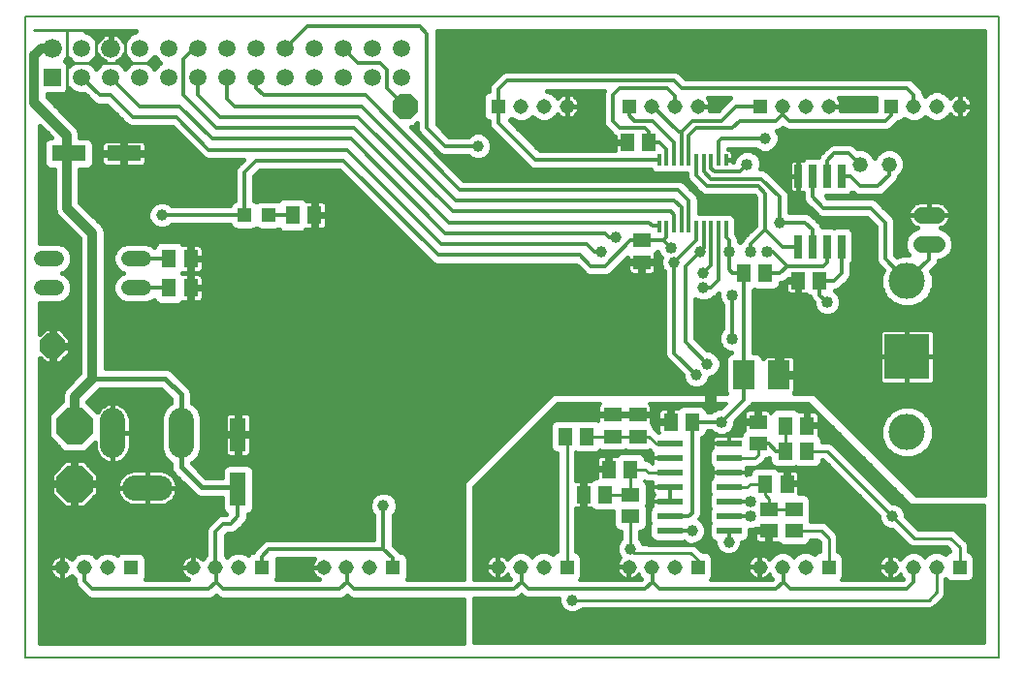
<source format=gtl>
G75*
%MOIN*%
%OFA0B0*%
%FSLAX24Y24*%
%IPPOS*%
%LPD*%
%AMOC8*
5,1,8,0,0,1.08239X$1,22.5*
%
%ADD10R,0.0472X0.0472*%
%ADD11R,0.0512X0.0630*%
%ADD12C,0.0050*%
%ADD13R,0.0594X0.0594*%
%ADD14C,0.0660*%
%ADD15C,0.0594*%
%ADD16C,0.0000*%
%ADD17R,0.0260X0.0800*%
%ADD18C,0.0520*%
%ADD19R,0.0512X0.0591*%
%ADD20R,0.0120X0.0390*%
%ADD21R,0.0591X0.0512*%
%ADD22R,0.1560X0.1560*%
%ADD23C,0.1250*%
%ADD24R,0.0866X0.0236*%
%ADD25C,0.0860*%
%ADD26C,0.0520*%
%ADD27R,0.0630X0.0512*%
%ADD28R,0.0515X0.0515*%
%ADD29C,0.0515*%
%ADD30R,0.0551X0.1181*%
%ADD31R,0.1181X0.0551*%
%ADD32OC8,0.0850*%
%ADD33OC8,0.1250*%
%ADD34R,0.0768X0.0984*%
%ADD35C,0.0560*%
%ADD36C,0.0160*%
%ADD37C,0.0100*%
%ADD38C,0.0396*%
%ADD39C,0.0120*%
%ADD40C,0.0400*%
%ADD41C,0.2480*%
%ADD42C,0.0240*%
%ADD43C,0.0400*%
%ADD44C,0.0320*%
D10*
X007689Y015621D03*
X008515Y015621D03*
D11*
X009353Y015621D03*
X010101Y015621D03*
X005851Y014121D03*
X005103Y014121D03*
X005103Y013121D03*
X005851Y013121D03*
X018728Y007996D03*
X019476Y007996D03*
X019353Y005996D03*
X020101Y005996D03*
X026290Y007496D03*
X027038Y007496D03*
X027038Y008371D03*
X026290Y008371D03*
X025601Y013621D03*
X024853Y013621D03*
D12*
X000157Y022448D02*
X000157Y000401D01*
X033622Y000401D01*
X033622Y022448D01*
X000157Y022448D01*
D13*
X001102Y020371D03*
D14*
X001102Y021371D03*
X003102Y021371D03*
D15*
X004102Y021371D03*
X005102Y021371D03*
X006102Y021371D03*
X007102Y021371D03*
X008102Y021371D03*
X009102Y021371D03*
X010102Y021371D03*
X011102Y021371D03*
X012102Y021371D03*
X013102Y021371D03*
X013102Y020371D03*
X012102Y020371D03*
X011102Y020371D03*
X010102Y020371D03*
X009102Y020371D03*
X008102Y020371D03*
X007102Y020371D03*
X006102Y020371D03*
X005102Y020371D03*
X004102Y020371D03*
X003102Y020371D03*
X002102Y020371D03*
X002102Y021371D03*
D16*
X009573Y007496D02*
X009575Y007544D01*
X009581Y007592D01*
X009591Y007639D01*
X009604Y007685D01*
X009622Y007730D01*
X009642Y007774D01*
X009667Y007816D01*
X009695Y007855D01*
X009725Y007892D01*
X009759Y007926D01*
X009796Y007958D01*
X009834Y007987D01*
X009875Y008012D01*
X009918Y008034D01*
X009963Y008052D01*
X010009Y008066D01*
X010056Y008077D01*
X010104Y008084D01*
X010152Y008087D01*
X010200Y008086D01*
X010248Y008081D01*
X010296Y008072D01*
X010342Y008060D01*
X010387Y008043D01*
X010431Y008023D01*
X010473Y008000D01*
X010513Y007973D01*
X010551Y007943D01*
X010586Y007910D01*
X010618Y007874D01*
X010648Y007836D01*
X010674Y007795D01*
X010696Y007752D01*
X010716Y007708D01*
X010731Y007663D01*
X010743Y007616D01*
X010751Y007568D01*
X010755Y007520D01*
X010755Y007472D01*
X010751Y007424D01*
X010743Y007376D01*
X010731Y007329D01*
X010716Y007284D01*
X010696Y007240D01*
X010674Y007197D01*
X010648Y007156D01*
X010618Y007118D01*
X010586Y007082D01*
X010551Y007049D01*
X010513Y007019D01*
X010473Y006992D01*
X010431Y006969D01*
X010387Y006949D01*
X010342Y006932D01*
X010296Y006920D01*
X010248Y006911D01*
X010200Y006906D01*
X010152Y006905D01*
X010104Y006908D01*
X010056Y006915D01*
X010009Y006926D01*
X009963Y006940D01*
X009918Y006958D01*
X009875Y006980D01*
X009834Y007005D01*
X009796Y007034D01*
X009759Y007066D01*
X009725Y007100D01*
X009695Y007137D01*
X009667Y007176D01*
X009642Y007218D01*
X009622Y007262D01*
X009604Y007307D01*
X009591Y007353D01*
X009581Y007400D01*
X009575Y007448D01*
X009573Y007496D01*
X031136Y017496D02*
X031138Y017544D01*
X031144Y017592D01*
X031154Y017639D01*
X031167Y017685D01*
X031185Y017730D01*
X031205Y017774D01*
X031230Y017816D01*
X031258Y017855D01*
X031288Y017892D01*
X031322Y017926D01*
X031359Y017958D01*
X031397Y017987D01*
X031438Y018012D01*
X031481Y018034D01*
X031526Y018052D01*
X031572Y018066D01*
X031619Y018077D01*
X031667Y018084D01*
X031715Y018087D01*
X031763Y018086D01*
X031811Y018081D01*
X031859Y018072D01*
X031905Y018060D01*
X031950Y018043D01*
X031994Y018023D01*
X032036Y018000D01*
X032076Y017973D01*
X032114Y017943D01*
X032149Y017910D01*
X032181Y017874D01*
X032211Y017836D01*
X032237Y017795D01*
X032259Y017752D01*
X032279Y017708D01*
X032294Y017663D01*
X032306Y017616D01*
X032314Y017568D01*
X032318Y017520D01*
X032318Y017472D01*
X032314Y017424D01*
X032306Y017376D01*
X032294Y017329D01*
X032279Y017284D01*
X032259Y017240D01*
X032237Y017197D01*
X032211Y017156D01*
X032181Y017118D01*
X032149Y017082D01*
X032114Y017049D01*
X032076Y017019D01*
X032036Y016992D01*
X031994Y016969D01*
X031950Y016949D01*
X031905Y016932D01*
X031859Y016920D01*
X031811Y016911D01*
X031763Y016906D01*
X031715Y016905D01*
X031667Y016908D01*
X031619Y016915D01*
X031572Y016926D01*
X031526Y016940D01*
X031481Y016958D01*
X031438Y016980D01*
X031397Y017005D01*
X031359Y017034D01*
X031322Y017066D01*
X031288Y017100D01*
X031258Y017137D01*
X031230Y017176D01*
X031205Y017218D01*
X031185Y017262D01*
X031167Y017307D01*
X031154Y017353D01*
X031144Y017400D01*
X031138Y017448D01*
X031136Y017496D01*
D17*
X028227Y016956D03*
X027727Y016956D03*
X027227Y016956D03*
X026727Y016956D03*
X026727Y014536D03*
X027227Y014536D03*
X027727Y014536D03*
X028227Y014536D03*
D18*
X028852Y017371D03*
X029852Y017371D03*
D19*
X027476Y013371D03*
X026728Y013371D03*
X023101Y008496D03*
X022353Y008496D03*
X020976Y006871D03*
X020228Y006871D03*
X025603Y006371D03*
X026351Y006371D03*
X021601Y018121D03*
X020853Y018121D03*
D20*
X021950Y017520D03*
X022206Y017520D03*
X022462Y017520D03*
X022718Y017520D03*
X022974Y017520D03*
X023230Y017520D03*
X023486Y017520D03*
X023742Y017520D03*
X023998Y017520D03*
X024254Y017520D03*
X024254Y015223D03*
X023998Y015223D03*
X023742Y015223D03*
X023486Y015223D03*
X023230Y015223D03*
X022974Y015223D03*
X022718Y015223D03*
X022462Y015223D03*
X022206Y015223D03*
X021950Y015223D03*
D21*
X021352Y014745D03*
X021352Y013997D03*
X021227Y008745D03*
X021227Y007997D03*
X025352Y007747D03*
X025352Y008495D03*
D22*
X030477Y010746D03*
D23*
X030477Y008146D03*
X030477Y013346D03*
D24*
X024376Y007746D03*
X024376Y007246D03*
X024376Y006746D03*
X024376Y006246D03*
X024376Y005746D03*
X024376Y005246D03*
X024376Y004746D03*
X022328Y004746D03*
X022328Y005246D03*
X022328Y005746D03*
X022328Y006246D03*
X022328Y006746D03*
X022328Y007246D03*
X022328Y007746D03*
D25*
X005533Y007691D02*
X005533Y008551D01*
X003171Y008551D02*
X003171Y007691D01*
X003922Y006232D02*
X004782Y006232D01*
D26*
X004237Y013121D02*
X003717Y013121D01*
X003717Y014121D02*
X004237Y014121D01*
X001237Y014121D02*
X000717Y014121D01*
X000717Y013121D02*
X001237Y013121D01*
D27*
X020352Y008745D03*
X020352Y007997D03*
X020977Y005995D03*
X020977Y005247D03*
X025727Y005495D03*
X026602Y005495D03*
X026602Y004747D03*
X025727Y004747D03*
D28*
X027783Y003496D03*
X032283Y003496D03*
X023283Y003496D03*
X018783Y003496D03*
X012783Y003496D03*
X008283Y003496D03*
X003783Y003496D03*
X016421Y019371D03*
X020921Y019371D03*
X025421Y019371D03*
X029921Y019371D03*
D29*
X030708Y019371D03*
X031496Y019371D03*
X032283Y019371D03*
X027783Y019371D03*
X026996Y019371D03*
X026208Y019371D03*
X023283Y019371D03*
X022496Y019371D03*
X021708Y019371D03*
X018783Y019371D03*
X017996Y019371D03*
X017208Y019371D03*
X017208Y003496D03*
X016421Y003496D03*
X017996Y003496D03*
X020921Y003496D03*
X021708Y003496D03*
X022496Y003496D03*
X025421Y003496D03*
X026208Y003496D03*
X026996Y003496D03*
X029921Y003496D03*
X030708Y003496D03*
X031496Y003496D03*
X011996Y003496D03*
X011208Y003496D03*
X010421Y003496D03*
X007496Y003496D03*
X006708Y003496D03*
X005921Y003496D03*
X002996Y003496D03*
X002208Y003496D03*
X001421Y003496D03*
D30*
X007477Y006177D03*
X007477Y008066D03*
D31*
X003547Y017746D03*
X001657Y017746D03*
D32*
X001102Y011121D03*
X013227Y019371D03*
D33*
X001852Y008371D03*
X001852Y006371D03*
D34*
X024877Y010121D03*
X026077Y010121D03*
D35*
X030947Y014621D02*
X031507Y014621D01*
X031507Y015621D02*
X030947Y015621D01*
D36*
X031217Y015611D02*
X030487Y015611D01*
X030487Y015585D01*
X030498Y015514D01*
X030521Y015445D01*
X030554Y015380D01*
X030596Y015322D01*
X030647Y015271D01*
X030706Y015228D01*
X030770Y015195D01*
X030825Y015177D01*
X030630Y015096D01*
X030472Y014939D01*
X030387Y014733D01*
X030387Y014510D01*
X030472Y014304D01*
X030525Y014251D01*
X030297Y014251D01*
X030138Y014186D01*
X030067Y014259D01*
X030067Y015439D01*
X030015Y015564D01*
X029515Y016064D01*
X029420Y016160D01*
X029295Y016211D01*
X027743Y016211D01*
X027678Y016276D01*
X027913Y016276D01*
X027977Y016303D01*
X028041Y016276D01*
X028413Y016276D01*
X028516Y016319D01*
X028594Y016398D01*
X028594Y016398D01*
X028659Y016333D01*
X028784Y016281D01*
X029545Y016281D01*
X029670Y016333D01*
X030045Y016708D01*
X030140Y016804D01*
X030192Y016929D01*
X030192Y016948D01*
X030310Y017066D01*
X030392Y017264D01*
X030392Y017479D01*
X030310Y017677D01*
X030158Y017829D01*
X029959Y017911D01*
X029745Y017911D01*
X029546Y017829D01*
X029394Y017677D01*
X029352Y017575D01*
X029310Y017677D01*
X029158Y017829D01*
X028959Y017911D01*
X028793Y017911D01*
X028765Y017939D01*
X028670Y018035D01*
X028545Y018086D01*
X027909Y018086D01*
X027784Y018035D01*
X027534Y017785D01*
X027439Y017689D01*
X027416Y017635D01*
X027413Y017636D01*
X027041Y017636D01*
X026938Y017594D01*
X026881Y017536D01*
X026881Y017536D01*
X026727Y017536D01*
X026727Y016956D01*
X026727Y016376D01*
X026881Y016376D01*
X026881Y016377D02*
X026887Y016370D01*
X026887Y016179D01*
X026939Y016054D01*
X027314Y015679D01*
X027409Y015583D01*
X027534Y015531D01*
X029086Y015531D01*
X029387Y015231D01*
X029387Y014124D01*
X029386Y014059D01*
X029387Y014057D01*
X029387Y014054D01*
X029412Y013994D01*
X029436Y013934D01*
X029438Y013932D01*
X029439Y013929D01*
X029485Y013883D01*
X029649Y013713D01*
X029572Y013526D01*
X029572Y013166D01*
X029710Y012834D01*
X029964Y012579D01*
X030297Y012441D01*
X030657Y012441D01*
X030990Y012579D01*
X031244Y012834D01*
X031382Y013166D01*
X031382Y013526D01*
X031310Y013699D01*
X031515Y013904D01*
X031567Y014029D01*
X031567Y014061D01*
X031618Y014061D01*
X031824Y014147D01*
X031982Y014304D01*
X032067Y014510D01*
X032067Y014733D01*
X031982Y014939D01*
X031824Y015096D01*
X031628Y015177D01*
X031684Y015195D01*
X031748Y015228D01*
X031807Y015271D01*
X031858Y015322D01*
X031900Y015380D01*
X031933Y015445D01*
X031956Y015514D01*
X031967Y015585D01*
X031967Y015611D01*
X031237Y015611D01*
X031237Y015631D01*
X031967Y015631D01*
X031967Y015658D01*
X031956Y015729D01*
X031933Y015798D01*
X031900Y015863D01*
X031858Y015921D01*
X031807Y015972D01*
X031748Y016015D01*
X031684Y016048D01*
X031615Y016070D01*
X031543Y016081D01*
X031237Y016081D01*
X031237Y015631D01*
X031217Y015631D01*
X031217Y015611D01*
X031217Y015631D02*
X030487Y015631D01*
X030487Y015658D01*
X030498Y015729D01*
X030521Y015798D01*
X030554Y015863D01*
X030596Y015921D01*
X030647Y015972D01*
X030706Y016015D01*
X030770Y016048D01*
X030839Y016070D01*
X030911Y016081D01*
X031217Y016081D01*
X031217Y015631D01*
X031217Y015746D02*
X031237Y015746D01*
X031237Y015904D02*
X031217Y015904D01*
X031217Y016063D02*
X031237Y016063D01*
X031637Y016063D02*
X033117Y016063D01*
X033117Y016221D02*
X027733Y016221D01*
X027247Y015746D02*
X026442Y015746D01*
X026442Y015711D02*
X026442Y016314D01*
X026390Y016439D01*
X026295Y016535D01*
X025670Y017160D01*
X025545Y017211D01*
X025430Y017211D01*
X025457Y017276D01*
X025457Y017467D01*
X025384Y017643D01*
X025249Y017778D01*
X025072Y017851D01*
X024881Y017851D01*
X024705Y017778D01*
X024570Y017643D01*
X024497Y017467D01*
X024497Y017461D01*
X024494Y017461D01*
X024494Y017520D01*
X024338Y017520D01*
X024338Y017520D01*
X024494Y017520D01*
X024494Y017739D01*
X024481Y017785D01*
X024458Y017826D01*
X024424Y017859D01*
X024383Y017883D01*
X024338Y017895D01*
X024338Y017906D01*
X025266Y017906D01*
X025331Y017841D01*
X025507Y017768D01*
X025697Y017768D01*
X025873Y017841D01*
X026007Y017976D01*
X026080Y018151D01*
X026080Y018342D01*
X026007Y018517D01*
X025993Y018531D01*
X026045Y018531D01*
X026170Y018583D01*
X026208Y018622D01*
X026247Y018583D01*
X026372Y018531D01*
X029795Y018531D01*
X029920Y018583D01*
X030015Y018679D01*
X030113Y018777D01*
X030170Y018834D01*
X030234Y018834D01*
X030337Y018877D01*
X030390Y018930D01*
X030404Y018916D01*
X030601Y018834D01*
X030815Y018834D01*
X031013Y018916D01*
X031191Y018916D01*
X031389Y018834D01*
X031603Y018834D01*
X031800Y018916D01*
X031951Y019067D01*
X031956Y019079D01*
X031998Y019038D01*
X032054Y018997D01*
X032115Y018966D01*
X032181Y018945D01*
X032249Y018934D01*
X032283Y018934D01*
X032283Y019371D01*
X032283Y019371D01*
X032283Y018934D01*
X032318Y018934D01*
X032386Y018945D01*
X032451Y018966D01*
X032512Y018997D01*
X032568Y019038D01*
X032617Y019086D01*
X032657Y019142D01*
X032688Y019204D01*
X032710Y019269D01*
X032721Y019337D01*
X032721Y019371D01*
X032283Y019371D01*
X032283Y019371D01*
X032721Y019371D01*
X032721Y019406D01*
X032710Y019474D01*
X032688Y019539D01*
X032657Y019601D01*
X032617Y019656D01*
X032568Y019705D01*
X032512Y019746D01*
X032451Y019777D01*
X032386Y019798D01*
X032318Y019809D01*
X032283Y019809D01*
X032249Y019809D01*
X032181Y019798D01*
X032115Y019777D01*
X032054Y019746D01*
X031998Y019705D01*
X031956Y019664D01*
X031951Y019676D01*
X031800Y019827D01*
X031603Y019909D01*
X031389Y019909D01*
X031191Y019827D01*
X031102Y019738D01*
X031048Y019792D01*
X031048Y019833D01*
X030997Y019958D01*
X030765Y020189D01*
X030670Y020285D01*
X030545Y020336D01*
X022868Y020336D01*
X022765Y020439D01*
X022670Y020535D01*
X022545Y020586D01*
X016659Y020586D01*
X016534Y020535D01*
X016133Y020133D01*
X016081Y020008D01*
X016081Y019898D01*
X016005Y019866D01*
X015926Y019788D01*
X015883Y019685D01*
X015883Y019058D01*
X015926Y018955D01*
X016005Y018877D01*
X016081Y018845D01*
X016081Y018735D01*
X016133Y018610D01*
X017511Y017232D01*
X017636Y017180D01*
X021647Y017180D01*
X021653Y017167D01*
X021732Y017088D01*
X021835Y017045D01*
X022066Y017045D01*
X022078Y017050D01*
X022091Y017045D01*
X022322Y017045D01*
X022334Y017050D01*
X022347Y017045D01*
X022578Y017045D01*
X022590Y017050D01*
X022602Y017045D01*
X022834Y017045D01*
X022846Y017050D01*
X022858Y017045D01*
X022887Y017045D01*
X022887Y016929D01*
X022939Y016804D01*
X023034Y016708D01*
X023409Y016333D01*
X023534Y016281D01*
X025211Y016281D01*
X025262Y016231D01*
X025262Y015262D01*
X024909Y014910D01*
X024814Y014814D01*
X024777Y014725D01*
X024727Y014675D01*
X024692Y014710D01*
X024692Y014814D01*
X024640Y014939D01*
X024594Y014986D01*
X024594Y015473D01*
X024551Y015576D01*
X024472Y015655D01*
X024369Y015698D01*
X024138Y015698D01*
X024126Y015693D01*
X024113Y015698D01*
X023882Y015698D01*
X023870Y015693D01*
X023857Y015698D01*
X023626Y015698D01*
X023614Y015693D01*
X023602Y015698D01*
X023370Y015698D01*
X023358Y015693D01*
X023346Y015698D01*
X023317Y015698D01*
X023317Y016189D01*
X023265Y016314D01*
X023170Y016410D01*
X022795Y016785D01*
X022670Y016836D01*
X015243Y016836D01*
X013413Y018666D01*
X013519Y018666D01*
X013637Y018784D01*
X013637Y018554D01*
X013689Y018429D01*
X014314Y017804D01*
X014409Y017708D01*
X014534Y017656D01*
X015391Y017656D01*
X015456Y017591D01*
X015632Y017518D01*
X015822Y017518D01*
X015998Y017591D01*
X016132Y017726D01*
X016205Y017901D01*
X016205Y018092D01*
X016132Y018267D01*
X015998Y018402D01*
X015822Y018475D01*
X015632Y018475D01*
X015456Y018402D01*
X015391Y018336D01*
X014743Y018336D01*
X014317Y018762D01*
X014317Y021939D01*
X014315Y021943D01*
X033117Y021943D01*
X033117Y005996D01*
X030789Y005996D01*
X027289Y009496D01*
X026583Y009496D01*
X026605Y009519D01*
X026629Y009560D01*
X026641Y009606D01*
X026641Y010041D01*
X026157Y010041D01*
X026157Y010201D01*
X026641Y010201D01*
X026641Y010637D01*
X026629Y010683D01*
X026605Y010724D01*
X026572Y010758D01*
X026531Y010781D01*
X026485Y010794D01*
X026157Y010794D01*
X026157Y010201D01*
X025997Y010201D01*
X025997Y010794D01*
X025670Y010794D01*
X025624Y010781D01*
X025583Y010758D01*
X025549Y010724D01*
X025531Y010692D01*
X025498Y010772D01*
X025419Y010851D01*
X025316Y010894D01*
X025192Y010894D01*
X025192Y013038D01*
X025227Y013052D01*
X025289Y013026D01*
X025913Y013026D01*
X026015Y013069D01*
X026094Y013148D01*
X026137Y013251D01*
X026137Y013281D01*
X026170Y013281D01*
X026295Y013333D01*
X026381Y013419D01*
X026680Y013419D01*
X026680Y013324D01*
X026292Y013324D01*
X026292Y013052D01*
X026304Y013007D01*
X026328Y012966D01*
X026362Y012932D01*
X026403Y012908D01*
X026448Y012896D01*
X026680Y012896D01*
X026680Y013323D01*
X026776Y013323D01*
X026776Y012896D01*
X027004Y012896D01*
X027061Y012839D01*
X027137Y012808D01*
X027137Y012804D01*
X027189Y012679D01*
X027247Y012621D01*
X027247Y012526D01*
X027320Y012350D01*
X027455Y012215D01*
X027631Y012141D01*
X027822Y012141D01*
X027999Y012215D01*
X028134Y012350D01*
X028207Y012526D01*
X028207Y012717D01*
X028134Y012893D01*
X029685Y012893D01*
X029620Y013051D02*
X028093Y013051D01*
X028045Y013031D02*
X028170Y013083D01*
X028420Y013333D01*
X028468Y013381D01*
X028515Y013429D01*
X028515Y013429D01*
X028515Y013429D01*
X028541Y013491D01*
X028567Y013554D01*
X028567Y013554D01*
X028567Y013554D01*
X028567Y013621D01*
X028567Y013689D01*
X028567Y013689D01*
X028567Y013950D01*
X028594Y013978D01*
X028637Y014081D01*
X028637Y014992D01*
X028594Y015095D01*
X028516Y015174D01*
X028413Y015216D01*
X028041Y015216D01*
X027977Y015190D01*
X027913Y015216D01*
X027556Y015216D01*
X027515Y015314D01*
X027420Y015410D01*
X027170Y015660D01*
X027045Y015711D01*
X026442Y015711D01*
X026442Y015904D02*
X027088Y015904D01*
X026935Y016063D02*
X026442Y016063D01*
X026442Y016221D02*
X026887Y016221D01*
X026881Y016376D02*
X026881Y016377D01*
X026727Y016376D02*
X026727Y016956D01*
X026727Y016956D01*
X026417Y016956D01*
X026417Y016533D01*
X026429Y016487D01*
X026453Y016446D01*
X026486Y016412D01*
X026527Y016389D01*
X026573Y016376D01*
X026727Y016376D01*
X026727Y016380D02*
X026727Y016380D01*
X026727Y016538D02*
X026727Y016538D01*
X026727Y016697D02*
X026727Y016697D01*
X026727Y016855D02*
X026727Y016855D01*
X026727Y016956D02*
X026727Y016956D01*
X026417Y016956D01*
X026417Y017380D01*
X026429Y017426D01*
X026453Y017467D01*
X026486Y017500D01*
X026527Y017524D01*
X026573Y017536D01*
X026727Y017536D01*
X026727Y016956D01*
X026727Y016956D01*
X026727Y017014D02*
X026727Y017014D01*
X026727Y017172D02*
X026727Y017172D01*
X026727Y017331D02*
X026727Y017331D01*
X026727Y017489D02*
X026727Y017489D01*
X026475Y017489D02*
X025448Y017489D01*
X025457Y017331D02*
X026417Y017331D01*
X026417Y017172D02*
X025639Y017172D01*
X025815Y017014D02*
X026417Y017014D01*
X026417Y016855D02*
X025974Y016855D01*
X026132Y016697D02*
X026417Y016697D01*
X026417Y016538D02*
X026291Y016538D01*
X026415Y016380D02*
X026560Y016380D01*
X027242Y015587D02*
X027405Y015587D01*
X027400Y015429D02*
X029189Y015429D01*
X029347Y015270D02*
X027533Y015270D01*
X028577Y015112D02*
X029387Y015112D01*
X029387Y014953D02*
X028637Y014953D01*
X028637Y014795D02*
X029387Y014795D01*
X029387Y014636D02*
X028637Y014636D01*
X028637Y014478D02*
X029387Y014478D01*
X029387Y014319D02*
X028637Y014319D01*
X028637Y014161D02*
X029387Y014161D01*
X029408Y014002D02*
X028605Y014002D01*
X028567Y013844D02*
X029522Y013844D01*
X029638Y013685D02*
X028567Y013685D01*
X028556Y013527D02*
X029572Y013527D01*
X029572Y013368D02*
X028455Y013368D01*
X028420Y013333D02*
X028420Y013333D01*
X028296Y013210D02*
X029572Y013210D01*
X029809Y012734D02*
X028200Y012734D01*
X028207Y012576D02*
X029972Y012576D01*
X029673Y011706D02*
X029627Y011694D01*
X029586Y011670D01*
X029553Y011637D01*
X029529Y011596D01*
X029517Y011550D01*
X029517Y010746D01*
X029517Y009943D01*
X029529Y009897D01*
X029553Y009856D01*
X029586Y009822D01*
X029627Y009799D01*
X029673Y009786D01*
X030477Y009786D01*
X031281Y009786D01*
X031326Y009799D01*
X031367Y009822D01*
X031401Y009856D01*
X031425Y009897D01*
X031437Y009943D01*
X031437Y010746D01*
X030477Y010746D01*
X030477Y009786D01*
X030477Y010746D01*
X030477Y010746D01*
X030477Y010746D01*
X029517Y010746D01*
X030477Y010746D01*
X030477Y010746D01*
X031437Y010746D01*
X031437Y011550D01*
X031425Y011596D01*
X031401Y011637D01*
X031367Y011670D01*
X031326Y011694D01*
X031281Y011706D01*
X030477Y011706D01*
X030477Y010746D01*
X030477Y010746D01*
X030477Y011706D01*
X029673Y011706D01*
X029546Y011625D02*
X025192Y011625D01*
X025192Y011783D02*
X033117Y011783D01*
X033117Y011625D02*
X031408Y011625D01*
X031437Y011466D02*
X033117Y011466D01*
X033117Y011308D02*
X031437Y011308D01*
X031437Y011149D02*
X033117Y011149D01*
X033117Y010991D02*
X031437Y010991D01*
X031437Y010832D02*
X033117Y010832D01*
X033117Y010674D02*
X031437Y010674D01*
X031437Y010515D02*
X033117Y010515D01*
X033117Y010357D02*
X031437Y010357D01*
X031437Y010198D02*
X033117Y010198D01*
X033117Y010040D02*
X031437Y010040D01*
X031416Y009881D02*
X033117Y009881D01*
X033117Y009723D02*
X026641Y009723D01*
X026641Y009881D02*
X029538Y009881D01*
X029517Y010040D02*
X026641Y010040D01*
X026157Y010198D02*
X029517Y010198D01*
X029517Y010357D02*
X026641Y010357D01*
X026641Y010515D02*
X029517Y010515D01*
X029517Y010674D02*
X026631Y010674D01*
X026157Y010674D02*
X025997Y010674D01*
X025997Y010515D02*
X026157Y010515D01*
X026157Y010357D02*
X025997Y010357D01*
X025438Y010832D02*
X029517Y010832D01*
X029517Y010991D02*
X025192Y010991D01*
X025192Y011149D02*
X029517Y011149D01*
X029517Y011308D02*
X025192Y011308D01*
X025192Y011466D02*
X029517Y011466D01*
X030477Y011466D02*
X030477Y011466D01*
X030477Y011308D02*
X030477Y011308D01*
X030477Y011149D02*
X030477Y011149D01*
X030477Y010991D02*
X030477Y010991D01*
X030477Y010832D02*
X030477Y010832D01*
X030477Y010674D02*
X030477Y010674D01*
X030477Y010515D02*
X030477Y010515D01*
X030477Y010357D02*
X030477Y010357D01*
X030477Y010198D02*
X030477Y010198D01*
X030477Y010040D02*
X030477Y010040D01*
X030477Y009881D02*
X030477Y009881D01*
X030657Y009051D02*
X030297Y009051D01*
X029964Y008914D01*
X029710Y008659D01*
X029572Y008326D01*
X029572Y007966D01*
X029710Y007634D01*
X029964Y007379D01*
X030297Y007241D01*
X030657Y007241D01*
X030990Y007379D01*
X031244Y007634D01*
X031382Y007966D01*
X031382Y008326D01*
X031244Y008659D01*
X030990Y008914D01*
X030657Y009051D01*
X030949Y008930D02*
X033117Y008930D01*
X033117Y008772D02*
X031131Y008772D01*
X031263Y008613D02*
X033117Y008613D01*
X033117Y008455D02*
X031329Y008455D01*
X031382Y008296D02*
X033117Y008296D01*
X033117Y008138D02*
X031382Y008138D01*
X031382Y007979D02*
X033117Y007979D01*
X033117Y007821D02*
X031322Y007821D01*
X031256Y007662D02*
X033117Y007662D01*
X033117Y007504D02*
X031114Y007504D01*
X030908Y007345D02*
X033117Y007345D01*
X033117Y007187D02*
X029599Y007187D01*
X029757Y007028D02*
X033117Y007028D01*
X033117Y006870D02*
X029916Y006870D01*
X030074Y006711D02*
X033117Y006711D01*
X033117Y006553D02*
X030233Y006553D01*
X030391Y006394D02*
X033117Y006394D01*
X033117Y006236D02*
X030550Y006236D01*
X030708Y006077D02*
X033117Y006077D01*
X030046Y007345D02*
X029440Y007345D01*
X029282Y007504D02*
X029840Y007504D01*
X029698Y007662D02*
X029123Y007662D01*
X028965Y007821D02*
X029632Y007821D01*
X029572Y007979D02*
X028806Y007979D01*
X028648Y008138D02*
X029572Y008138D01*
X029572Y008296D02*
X028489Y008296D01*
X028331Y008455D02*
X029625Y008455D01*
X029691Y008613D02*
X028172Y008613D01*
X028014Y008772D02*
X029823Y008772D01*
X030005Y008930D02*
X027855Y008930D01*
X027697Y009089D02*
X033117Y009089D01*
X033117Y009247D02*
X027538Y009247D01*
X027380Y009406D02*
X033117Y009406D01*
X033117Y009564D02*
X026630Y009564D01*
X024432Y010891D02*
X024334Y010851D01*
X024255Y010772D01*
X024213Y010669D01*
X024213Y009574D01*
X024245Y009496D01*
X018289Y009496D01*
X015227Y006434D01*
X015227Y003086D01*
X013280Y003086D01*
X013321Y003183D01*
X013321Y003810D01*
X013278Y003913D01*
X013199Y003991D01*
X013096Y004034D01*
X013045Y004034D01*
X012817Y004262D01*
X012817Y005285D01*
X015227Y005285D01*
X015227Y005443D02*
X012921Y005443D01*
X012955Y005526D02*
X012882Y005351D01*
X012817Y005285D01*
X012817Y005126D02*
X015227Y005126D01*
X015227Y004968D02*
X012817Y004968D01*
X012817Y004809D02*
X015227Y004809D01*
X015227Y004651D02*
X012817Y004651D01*
X012817Y004492D02*
X015227Y004492D01*
X015227Y004334D02*
X012817Y004334D01*
X012904Y004175D02*
X015227Y004175D01*
X015227Y004017D02*
X013137Y004017D01*
X013300Y003858D02*
X015227Y003858D01*
X015227Y003700D02*
X013321Y003700D01*
X013321Y003541D02*
X015227Y003541D01*
X015227Y003383D02*
X013321Y003383D01*
X013321Y003224D02*
X015227Y003224D01*
X015227Y002406D02*
X015227Y000906D01*
X000662Y000906D01*
X000662Y010706D01*
X000851Y010516D01*
X001052Y010516D01*
X001052Y011071D01*
X001152Y011071D01*
X001152Y010516D01*
X001353Y010516D01*
X001707Y010871D01*
X001707Y011071D01*
X001152Y011071D01*
X001152Y011171D01*
X001707Y011171D01*
X001707Y011372D01*
X001353Y011726D01*
X001152Y011726D01*
X001152Y011171D01*
X001052Y011171D01*
X001052Y011726D01*
X000851Y011726D01*
X000662Y011537D01*
X000662Y012581D01*
X001344Y012581D01*
X001543Y012664D01*
X001695Y012816D01*
X001777Y013014D01*
X001777Y013229D01*
X001695Y013427D01*
X001543Y013579D01*
X001441Y013621D01*
X001543Y013664D01*
X001695Y013816D01*
X001777Y014014D01*
X001777Y014229D01*
X001695Y014427D01*
X001543Y014579D01*
X001344Y014661D01*
X000662Y014661D01*
X000662Y018689D01*
X001049Y018302D01*
X001011Y018302D01*
X000908Y018259D01*
X000829Y018181D01*
X000787Y018078D01*
X000787Y017415D01*
X000829Y017312D01*
X000908Y017233D01*
X001011Y017191D01*
X001162Y017191D01*
X001162Y015784D01*
X001229Y015622D01*
X001353Y015498D01*
X002037Y014814D01*
X002037Y010179D01*
X001479Y009621D01*
X001412Y009459D01*
X001412Y009211D01*
X000947Y008746D01*
X000947Y007997D01*
X001477Y007466D01*
X002227Y007466D01*
X002561Y007800D01*
X002561Y007643D01*
X002576Y007549D01*
X002606Y007457D01*
X002649Y007372D01*
X002706Y007294D01*
X002773Y007226D01*
X002851Y007170D01*
X002937Y007126D01*
X003028Y007096D01*
X003123Y007081D01*
X003171Y007081D01*
X003219Y007081D01*
X003314Y007096D01*
X003405Y007126D01*
X003491Y007170D01*
X003568Y007226D01*
X003636Y007294D01*
X003693Y007372D01*
X003736Y007457D01*
X003766Y007549D01*
X003781Y007643D01*
X003781Y008121D01*
X003171Y008121D01*
X003171Y007081D01*
X003171Y008121D01*
X003171Y008121D01*
X003171Y008121D01*
X003781Y008121D01*
X003781Y008599D01*
X003766Y008694D01*
X003736Y008786D01*
X003693Y008871D01*
X003636Y008949D01*
X003568Y009017D01*
X003491Y009073D01*
X003405Y009117D01*
X003314Y009146D01*
X003219Y009161D01*
X003171Y009161D01*
X003171Y008121D01*
X003171Y008121D01*
X003171Y009161D01*
X003123Y009161D01*
X003028Y009146D01*
X002937Y009117D01*
X002851Y009073D01*
X002773Y009017D01*
X002706Y008949D01*
X002649Y008871D01*
X002643Y008860D01*
X002303Y009200D01*
X002726Y009623D01*
X002739Y009636D01*
X004828Y009636D01*
X005173Y009291D01*
X005173Y009171D01*
X005131Y009153D01*
X004931Y008954D01*
X004823Y008693D01*
X004823Y007550D01*
X004931Y007289D01*
X005131Y007090D01*
X005173Y007072D01*
X005173Y006869D01*
X005228Y006736D01*
X005922Y006043D01*
X006023Y005941D01*
X006155Y005886D01*
X006921Y005886D01*
X006921Y005530D01*
X006964Y005427D01*
X007043Y005349D01*
X007072Y005336D01*
X006909Y005336D01*
X006784Y005285D01*
X006420Y004920D01*
X006368Y004795D01*
X006368Y003917D01*
X006253Y003801D01*
X006247Y003789D01*
X006206Y003830D01*
X006150Y003871D01*
X006089Y003902D01*
X006023Y003923D01*
X005955Y003934D01*
X005921Y003934D01*
X005921Y003496D01*
X005483Y003496D01*
X005483Y003462D01*
X005494Y003394D01*
X005515Y003329D01*
X005547Y003267D01*
X005587Y003211D01*
X005636Y003163D01*
X005692Y003122D01*
X005753Y003091D01*
X005767Y003086D01*
X004280Y003086D01*
X004321Y003183D01*
X004321Y003810D01*
X004278Y003913D01*
X004199Y003991D01*
X004096Y004034D01*
X003470Y004034D01*
X003367Y003991D01*
X003314Y003938D01*
X003300Y003952D01*
X003103Y004034D01*
X002889Y004034D01*
X002691Y003952D01*
X002602Y003863D01*
X002513Y003952D01*
X002315Y004034D01*
X002101Y004034D01*
X001904Y003952D01*
X001753Y003801D01*
X001747Y003789D01*
X001706Y003830D01*
X001650Y003871D01*
X001589Y003902D01*
X001523Y003923D01*
X001455Y003934D01*
X001421Y003934D01*
X001421Y003496D01*
X001421Y003059D01*
X001455Y003059D01*
X001523Y003070D01*
X001589Y003091D01*
X001650Y003122D01*
X001706Y003163D01*
X001747Y003204D01*
X001753Y003192D01*
X001868Y003076D01*
X001868Y002948D01*
X001920Y002823D01*
X002284Y002458D01*
X002409Y002406D01*
X006545Y002406D01*
X006670Y002458D01*
X006727Y002516D01*
X006784Y002458D01*
X006909Y002406D01*
X011045Y002406D01*
X011170Y002458D01*
X011227Y002516D01*
X011284Y002458D01*
X011409Y002406D01*
X015227Y002406D01*
X015227Y002273D02*
X000662Y002273D01*
X000662Y002115D02*
X015227Y002115D01*
X015227Y001956D02*
X000662Y001956D01*
X000662Y001798D02*
X015227Y001798D01*
X015227Y001639D02*
X000662Y001639D01*
X000662Y001481D02*
X015227Y001481D01*
X015227Y001322D02*
X000662Y001322D01*
X000662Y001164D02*
X015227Y001164D01*
X015227Y001005D02*
X000662Y001005D01*
X000662Y002432D02*
X002348Y002432D01*
X002152Y002590D02*
X000662Y002590D01*
X000662Y002749D02*
X001994Y002749D01*
X001885Y002907D02*
X000662Y002907D01*
X000662Y003066D02*
X001342Y003066D01*
X001318Y003070D02*
X001386Y003059D01*
X001421Y003059D01*
X001421Y003496D01*
X001421Y003496D01*
X000983Y003496D01*
X000983Y003462D01*
X000994Y003394D01*
X001015Y003329D01*
X001047Y003267D01*
X001087Y003211D01*
X001136Y003163D01*
X001192Y003122D01*
X001253Y003091D01*
X001318Y003070D01*
X001421Y003066D02*
X001421Y003066D01*
X001499Y003066D02*
X001868Y003066D01*
X001421Y003224D02*
X001421Y003224D01*
X001421Y003383D02*
X001421Y003383D01*
X001421Y003496D02*
X001421Y003496D01*
X000983Y003496D01*
X000983Y003531D01*
X000994Y003599D01*
X001015Y003664D01*
X001047Y003726D01*
X001087Y003781D01*
X001136Y003830D01*
X001192Y003871D01*
X001253Y003902D01*
X001318Y003923D01*
X001386Y003934D01*
X001421Y003934D01*
X001421Y003496D01*
X001421Y003496D01*
X001421Y003541D02*
X001421Y003541D01*
X001421Y003700D02*
X001421Y003700D01*
X001421Y003858D02*
X001421Y003858D01*
X001667Y003858D02*
X001810Y003858D01*
X002060Y004017D02*
X000662Y004017D01*
X000662Y004175D02*
X006368Y004175D01*
X006368Y004017D02*
X004137Y004017D01*
X004300Y003858D02*
X005675Y003858D01*
X005692Y003871D02*
X005636Y003830D01*
X005587Y003781D01*
X005547Y003726D01*
X005515Y003664D01*
X005494Y003599D01*
X005483Y003531D01*
X005483Y003496D01*
X005921Y003496D01*
X005921Y003496D01*
X005921Y003496D01*
X005921Y003934D01*
X005886Y003934D01*
X005818Y003923D01*
X005753Y003902D01*
X005692Y003871D01*
X005921Y003858D02*
X005921Y003858D01*
X005921Y003700D02*
X005921Y003700D01*
X005921Y003541D02*
X005921Y003541D01*
X006167Y003858D02*
X006310Y003858D01*
X006368Y004334D02*
X000662Y004334D01*
X000662Y004492D02*
X006368Y004492D01*
X006368Y004651D02*
X000662Y004651D01*
X000662Y004809D02*
X006374Y004809D01*
X006468Y004968D02*
X000662Y004968D01*
X000662Y005126D02*
X006626Y005126D01*
X006785Y005285D02*
X000662Y005285D01*
X000662Y005443D02*
X006957Y005443D01*
X006921Y005602D02*
X002221Y005602D01*
X002185Y005566D02*
X002657Y006038D01*
X002657Y006321D01*
X001902Y006321D01*
X001902Y005566D01*
X002185Y005566D01*
X002379Y005760D02*
X003533Y005760D01*
X003525Y005766D02*
X003602Y005710D01*
X003688Y005666D01*
X003779Y005637D01*
X003874Y005622D01*
X004352Y005622D01*
X004830Y005622D01*
X004925Y005637D01*
X005016Y005666D01*
X005102Y005710D01*
X005179Y005766D01*
X005247Y005834D01*
X005304Y005912D01*
X005347Y005998D01*
X005377Y006089D01*
X005392Y006184D01*
X005392Y006232D01*
X005392Y006280D01*
X005377Y006375D01*
X005347Y006466D01*
X005304Y006551D01*
X005247Y006629D01*
X005179Y006697D01*
X005102Y006753D01*
X005016Y006797D01*
X004925Y006827D01*
X004830Y006842D01*
X004352Y006842D01*
X004352Y006232D01*
X004352Y006232D01*
X004352Y006842D01*
X003874Y006842D01*
X003779Y006827D01*
X003688Y006797D01*
X003602Y006753D01*
X003525Y006697D01*
X003457Y006629D01*
X003400Y006551D01*
X003357Y006466D01*
X003327Y006375D01*
X003312Y006280D01*
X003312Y006232D01*
X004352Y006232D01*
X005392Y006232D01*
X004352Y006232D01*
X004352Y006232D01*
X004352Y006232D01*
X003312Y006232D01*
X003312Y006184D01*
X003327Y006089D01*
X003357Y005998D01*
X003400Y005912D01*
X003457Y005834D01*
X003525Y005766D01*
X003397Y005919D02*
X002538Y005919D01*
X002657Y006077D02*
X003331Y006077D01*
X003312Y006236D02*
X002657Y006236D01*
X002657Y006421D02*
X002657Y006705D01*
X002185Y007176D01*
X001902Y007176D01*
X001902Y006421D01*
X002657Y006421D01*
X002657Y006553D02*
X003401Y006553D01*
X003333Y006394D02*
X001902Y006394D01*
X001902Y006421D02*
X001902Y006321D01*
X001802Y006321D01*
X001802Y005566D01*
X001519Y005566D01*
X001047Y006038D01*
X001047Y006321D01*
X001802Y006321D01*
X001802Y006421D01*
X001047Y006421D01*
X001047Y006705D01*
X001519Y007176D01*
X001802Y007176D01*
X001802Y006421D01*
X001902Y006421D01*
X001802Y006394D02*
X000662Y006394D01*
X000662Y006236D02*
X001047Y006236D01*
X001047Y006077D02*
X000662Y006077D01*
X000662Y005919D02*
X001166Y005919D01*
X001325Y005760D02*
X000662Y005760D01*
X000662Y005602D02*
X001483Y005602D01*
X001802Y005602D02*
X001902Y005602D01*
X001902Y005760D02*
X001802Y005760D01*
X001802Y005919D02*
X001902Y005919D01*
X001902Y006077D02*
X001802Y006077D01*
X001802Y006236D02*
X001902Y006236D01*
X001902Y006553D02*
X001802Y006553D01*
X001802Y006711D02*
X001902Y006711D01*
X001902Y006870D02*
X001802Y006870D01*
X001802Y007028D02*
X001902Y007028D01*
X002333Y007028D02*
X005173Y007028D01*
X005173Y006870D02*
X002492Y006870D01*
X002650Y006711D02*
X003545Y006711D01*
X003514Y007187D02*
X005033Y007187D01*
X004908Y007345D02*
X003673Y007345D01*
X003751Y007504D02*
X004842Y007504D01*
X004823Y007662D02*
X003781Y007662D01*
X003781Y007821D02*
X004823Y007821D01*
X004823Y007979D02*
X003781Y007979D01*
X003781Y008138D02*
X004823Y008138D01*
X004823Y008296D02*
X003781Y008296D01*
X003781Y008455D02*
X004823Y008455D01*
X004823Y008613D02*
X003779Y008613D01*
X003741Y008772D02*
X004856Y008772D01*
X004922Y008930D02*
X003649Y008930D01*
X003460Y009089D02*
X005066Y009089D01*
X005173Y009247D02*
X002350Y009247D01*
X002414Y009089D02*
X002882Y009089D01*
X002692Y008930D02*
X002573Y008930D01*
X002509Y009406D02*
X005058Y009406D01*
X004900Y009564D02*
X002667Y009564D01*
X002477Y009996D02*
X004977Y009996D01*
X005533Y009440D01*
X005533Y008121D01*
X005533Y006940D01*
X006227Y006246D01*
X007329Y006246D01*
X007329Y006177D01*
X007477Y006177D01*
X007496Y006177D01*
X008033Y006236D02*
X015227Y006236D01*
X015227Y006394D02*
X008033Y006394D01*
X008033Y006553D02*
X009658Y006553D01*
X009751Y006499D02*
X010024Y006426D01*
X010305Y006426D01*
X010578Y006499D01*
X010822Y006640D01*
X011021Y006839D01*
X011162Y007083D01*
X011235Y007356D01*
X011235Y007637D01*
X011162Y007910D01*
X011021Y008154D01*
X010822Y008353D01*
X010578Y008494D01*
X010305Y008567D01*
X010024Y008567D01*
X009751Y008494D01*
X009507Y008353D01*
X009308Y008154D01*
X009167Y007910D01*
X009094Y007637D01*
X009094Y007356D01*
X009167Y007083D01*
X009308Y006839D01*
X009507Y006640D01*
X009751Y006499D01*
X009435Y006711D02*
X008033Y006711D01*
X008033Y006823D02*
X007990Y006926D01*
X007911Y007004D01*
X007808Y007047D01*
X007146Y007047D01*
X007043Y007004D01*
X006964Y006926D01*
X006921Y006823D01*
X006921Y006606D01*
X006376Y006606D01*
X005905Y007077D01*
X005935Y007090D01*
X006135Y007289D01*
X006243Y007550D01*
X006243Y008693D01*
X006135Y008954D01*
X005935Y009153D01*
X005893Y009171D01*
X005893Y009512D01*
X005838Y009644D01*
X005737Y009746D01*
X005181Y010302D01*
X005049Y010356D01*
X002917Y010356D01*
X002917Y015084D01*
X002850Y015246D01*
X002042Y016054D01*
X002042Y017191D01*
X002303Y017191D01*
X002406Y017233D01*
X002485Y017312D01*
X002528Y017415D01*
X002528Y018078D01*
X002485Y018181D01*
X002406Y018259D01*
X002303Y018302D01*
X002042Y018302D01*
X002042Y018459D01*
X001975Y018621D01*
X000917Y019679D01*
X000917Y019795D01*
X001455Y019795D01*
X001557Y019837D01*
X001636Y019916D01*
X001667Y019991D01*
X001775Y019882D01*
X001987Y019795D01*
X002198Y019795D01*
X002439Y019554D01*
X002534Y019458D01*
X002659Y019406D01*
X002961Y019406D01*
X003564Y018804D01*
X003659Y018708D01*
X003784Y018656D01*
X005211Y018656D01*
X006189Y017679D01*
X006284Y017583D01*
X006409Y017531D01*
X007656Y017531D01*
X007400Y017276D01*
X007349Y017151D01*
X007349Y016118D01*
X007294Y016095D01*
X007215Y016016D01*
X007192Y015961D01*
X005188Y015961D01*
X005123Y016027D01*
X004947Y016100D01*
X004757Y016100D01*
X004581Y016027D01*
X004447Y015892D01*
X004374Y015717D01*
X004374Y015526D01*
X004447Y015351D01*
X004581Y015216D01*
X004757Y015143D01*
X004947Y015143D01*
X005123Y015216D01*
X005188Y015281D01*
X007192Y015281D01*
X007215Y015227D01*
X007294Y015148D01*
X007397Y015105D01*
X007980Y015105D01*
X008083Y015148D01*
X008102Y015166D01*
X008121Y015148D01*
X008223Y015105D01*
X008807Y015105D01*
X008874Y015133D01*
X008938Y015069D01*
X009041Y015026D01*
X009665Y015026D01*
X009767Y015069D01*
X009825Y015126D01*
X010053Y015126D01*
X010053Y015573D01*
X010149Y015573D01*
X010149Y015126D01*
X010381Y015126D01*
X010426Y015139D01*
X010467Y015162D01*
X010501Y015196D01*
X010525Y015237D01*
X010537Y015283D01*
X010537Y015574D01*
X010149Y015574D01*
X010149Y015669D01*
X010537Y015669D01*
X010537Y015960D01*
X010525Y016006D01*
X010501Y016047D01*
X010467Y016080D01*
X010426Y016104D01*
X010381Y016116D01*
X010149Y016116D01*
X010149Y015669D01*
X010053Y015669D01*
X010053Y016116D01*
X009825Y016116D01*
X009767Y016174D01*
X009665Y016216D01*
X009041Y016216D01*
X008938Y016174D01*
X008874Y016110D01*
X008807Y016138D01*
X008223Y016138D01*
X008121Y016095D01*
X008102Y016076D01*
X008083Y016095D01*
X008029Y016118D01*
X008029Y016942D01*
X008243Y017156D01*
X010961Y017156D01*
X014064Y014054D01*
X014159Y013958D01*
X014284Y013906D01*
X019086Y013906D01*
X019314Y013679D01*
X019409Y013583D01*
X019534Y013531D01*
X020170Y013531D01*
X020295Y013583D01*
X020877Y014165D01*
X020877Y014045D01*
X021304Y014045D01*
X021304Y013949D01*
X021304Y013562D01*
X021033Y013562D01*
X020987Y013574D01*
X020946Y013597D01*
X020913Y013631D01*
X020889Y013672D01*
X020877Y013718D01*
X020877Y013949D01*
X021304Y013949D01*
X021400Y013949D01*
X021400Y013562D01*
X021671Y013562D01*
X021717Y013574D01*
X021758Y013597D01*
X021791Y013631D01*
X021815Y013672D01*
X021827Y013718D01*
X021827Y013949D01*
X021400Y013949D01*
X021400Y014045D01*
X021827Y014045D01*
X021827Y014274D01*
X021885Y014331D01*
X021893Y014351D01*
X021945Y014225D01*
X022022Y014148D01*
X021999Y014092D01*
X021999Y013901D01*
X022072Y013726D01*
X022137Y013660D01*
X022137Y010804D01*
X022189Y010679D01*
X022284Y010583D01*
X022749Y010119D01*
X022749Y010026D01*
X022822Y009851D01*
X022956Y009716D01*
X023132Y009643D01*
X023322Y009643D01*
X023498Y009716D01*
X023632Y009851D01*
X023703Y010021D01*
X023873Y010091D01*
X024007Y010226D01*
X024080Y010401D01*
X024080Y010592D01*
X024007Y010767D01*
X023873Y010902D01*
X023697Y010975D01*
X023605Y010975D01*
X023192Y011387D01*
X023192Y012730D01*
X023206Y012716D01*
X023382Y012643D01*
X023572Y012643D01*
X023748Y012716D01*
X023826Y012795D01*
X023920Y012833D01*
X023997Y012911D01*
X023997Y012776D01*
X024070Y012600D01*
X024137Y012533D01*
X024137Y011710D01*
X024070Y011643D01*
X023997Y011467D01*
X023997Y011276D01*
X024070Y011100D01*
X024205Y010965D01*
X024381Y010891D01*
X024432Y010891D01*
X024316Y010832D02*
X023942Y010832D01*
X024046Y010674D02*
X024215Y010674D01*
X024213Y010515D02*
X024080Y010515D01*
X024062Y010357D02*
X024213Y010357D01*
X024213Y010198D02*
X023980Y010198D01*
X023749Y010040D02*
X024213Y010040D01*
X024213Y009881D02*
X023645Y009881D01*
X023505Y009723D02*
X024213Y009723D01*
X024217Y009564D02*
X005871Y009564D01*
X005893Y009406D02*
X018199Y009406D01*
X018040Y009247D02*
X005893Y009247D01*
X006000Y009089D02*
X017882Y009089D01*
X017723Y008930D02*
X006145Y008930D01*
X006210Y008772D02*
X007062Y008772D01*
X007057Y008767D02*
X007034Y008726D01*
X007021Y008681D01*
X007021Y008124D01*
X007419Y008124D01*
X007419Y008009D01*
X007021Y008009D01*
X007021Y007452D01*
X007034Y007406D01*
X007057Y007365D01*
X007091Y007332D01*
X007132Y007308D01*
X007178Y007296D01*
X007419Y007296D01*
X007419Y008009D01*
X007535Y008009D01*
X007535Y008124D01*
X007933Y008124D01*
X007933Y008681D01*
X007920Y008726D01*
X007897Y008767D01*
X007863Y008801D01*
X007822Y008825D01*
X007776Y008837D01*
X007535Y008837D01*
X007535Y008124D01*
X007419Y008124D01*
X007419Y008837D01*
X007178Y008837D01*
X007132Y008825D01*
X007091Y008801D01*
X007057Y008767D01*
X007021Y008613D02*
X006243Y008613D01*
X006243Y008455D02*
X007021Y008455D01*
X007021Y008296D02*
X006243Y008296D01*
X006243Y008138D02*
X007021Y008138D01*
X007021Y007979D02*
X006243Y007979D01*
X006243Y007821D02*
X007021Y007821D01*
X007021Y007662D02*
X006243Y007662D01*
X006224Y007504D02*
X007021Y007504D01*
X007077Y007345D02*
X006158Y007345D01*
X006033Y007187D02*
X009139Y007187D01*
X009097Y007345D02*
X007877Y007345D01*
X007863Y007332D02*
X007897Y007365D01*
X007920Y007406D01*
X007933Y007452D01*
X007933Y008009D01*
X007535Y008009D01*
X007535Y007296D01*
X007776Y007296D01*
X007822Y007308D01*
X007863Y007332D01*
X007933Y007504D02*
X009094Y007504D01*
X009101Y007662D02*
X007933Y007662D01*
X007933Y007821D02*
X009143Y007821D01*
X009207Y007979D02*
X007933Y007979D01*
X007933Y008138D02*
X009299Y008138D01*
X009450Y008296D02*
X007933Y008296D01*
X007933Y008455D02*
X009684Y008455D01*
X010645Y008455D02*
X017248Y008455D01*
X017406Y008613D02*
X007933Y008613D01*
X007892Y008772D02*
X017565Y008772D01*
X017089Y008296D02*
X010878Y008296D01*
X011030Y008138D02*
X016931Y008138D01*
X016772Y007979D02*
X011122Y007979D01*
X011186Y007821D02*
X016614Y007821D01*
X016455Y007662D02*
X011228Y007662D01*
X011235Y007504D02*
X016297Y007504D01*
X016138Y007345D02*
X011232Y007345D01*
X011190Y007187D02*
X015980Y007187D01*
X015821Y007028D02*
X011130Y007028D01*
X011039Y006870D02*
X015663Y006870D01*
X015504Y006711D02*
X010893Y006711D01*
X010671Y006553D02*
X015346Y006553D01*
X015227Y006077D02*
X012625Y006077D01*
X012572Y006100D02*
X012382Y006100D01*
X012206Y006027D01*
X012072Y005892D01*
X011999Y005717D01*
X011999Y005526D01*
X012072Y005351D01*
X012137Y005285D01*
X007817Y005285D01*
X007817Y005310D02*
X007911Y005349D01*
X007990Y005427D01*
X008033Y005530D01*
X008033Y006823D01*
X008013Y006870D02*
X009290Y006870D01*
X009198Y007028D02*
X007853Y007028D01*
X007535Y007345D02*
X007419Y007345D01*
X007419Y007504D02*
X007535Y007504D01*
X007535Y007662D02*
X007419Y007662D01*
X007419Y007821D02*
X007535Y007821D01*
X007535Y007979D02*
X007419Y007979D01*
X007419Y008138D02*
X007535Y008138D01*
X007535Y008296D02*
X007419Y008296D01*
X007419Y008455D02*
X007535Y008455D01*
X007535Y008613D02*
X007419Y008613D01*
X007419Y008772D02*
X007535Y008772D01*
X005760Y009723D02*
X022949Y009723D01*
X022809Y009881D02*
X005601Y009881D01*
X005443Y010040D02*
X022749Y010040D01*
X022669Y010198D02*
X005284Y010198D01*
X003171Y009089D02*
X003171Y009089D01*
X003171Y008930D02*
X003171Y008930D01*
X003171Y008772D02*
X003171Y008772D01*
X003171Y008613D02*
X003171Y008613D01*
X003171Y008455D02*
X003171Y008455D01*
X003171Y008296D02*
X003171Y008296D01*
X003171Y008138D02*
X003171Y008138D01*
X003171Y007979D02*
X003171Y007979D01*
X003171Y007821D02*
X003171Y007821D01*
X003171Y007662D02*
X003171Y007662D01*
X003171Y007504D02*
X003171Y007504D01*
X003171Y007345D02*
X003171Y007345D01*
X003171Y007187D02*
X003171Y007187D01*
X002827Y007187D02*
X000662Y007187D01*
X000662Y007345D02*
X002668Y007345D01*
X002590Y007504D02*
X002264Y007504D01*
X002423Y007662D02*
X002561Y007662D01*
X001440Y007504D02*
X000662Y007504D01*
X000662Y007662D02*
X001281Y007662D01*
X001123Y007821D02*
X000662Y007821D01*
X000662Y007979D02*
X000964Y007979D01*
X000947Y008138D02*
X000662Y008138D01*
X000662Y008296D02*
X000947Y008296D01*
X000947Y008455D02*
X000662Y008455D01*
X000662Y008613D02*
X000947Y008613D01*
X000973Y008772D02*
X000662Y008772D01*
X000662Y008930D02*
X001131Y008930D01*
X001290Y009089D02*
X000662Y009089D01*
X000662Y009247D02*
X001412Y009247D01*
X001412Y009406D02*
X000662Y009406D01*
X000662Y009564D02*
X001456Y009564D01*
X001581Y009723D02*
X000662Y009723D01*
X000662Y009881D02*
X001740Y009881D01*
X001898Y010040D02*
X000662Y010040D01*
X000662Y010198D02*
X002037Y010198D01*
X002037Y010357D02*
X000662Y010357D01*
X000662Y010515D02*
X002037Y010515D01*
X002037Y010674D02*
X001510Y010674D01*
X001669Y010832D02*
X002037Y010832D01*
X002037Y010991D02*
X001707Y010991D01*
X001707Y011308D02*
X002037Y011308D01*
X002037Y011466D02*
X001613Y011466D01*
X001454Y011625D02*
X002037Y011625D01*
X002037Y011783D02*
X000662Y011783D01*
X000662Y011625D02*
X000750Y011625D01*
X001052Y011625D02*
X001152Y011625D01*
X001152Y011466D02*
X001052Y011466D01*
X001052Y011308D02*
X001152Y011308D01*
X001152Y011149D02*
X002037Y011149D01*
X002917Y011149D02*
X022137Y011149D01*
X022137Y010991D02*
X002917Y010991D01*
X002917Y010832D02*
X022137Y010832D01*
X022194Y010674D02*
X002917Y010674D01*
X002917Y010515D02*
X022352Y010515D01*
X022511Y010357D02*
X002917Y010357D01*
X002917Y011308D02*
X022137Y011308D01*
X022137Y011466D02*
X002917Y011466D01*
X002917Y011625D02*
X022137Y011625D01*
X022137Y011783D02*
X002917Y011783D01*
X002917Y011942D02*
X022137Y011942D01*
X022137Y012100D02*
X002917Y012100D01*
X002917Y012259D02*
X022137Y012259D01*
X022137Y012417D02*
X002917Y012417D01*
X002917Y012576D02*
X004682Y012576D01*
X004688Y012569D02*
X004791Y012526D01*
X005415Y012526D01*
X005517Y012569D01*
X005575Y012626D01*
X005803Y012626D01*
X005803Y013073D01*
X005899Y013073D01*
X005899Y012626D01*
X006131Y012626D01*
X006176Y012639D01*
X006217Y012662D01*
X006251Y012696D01*
X006275Y012737D01*
X006287Y012783D01*
X006287Y013074D01*
X005899Y013074D01*
X005899Y013169D01*
X006287Y013169D01*
X006287Y013460D01*
X006275Y013506D01*
X006251Y013547D01*
X006217Y013580D01*
X006176Y013604D01*
X006131Y013616D01*
X005899Y013616D01*
X005899Y013169D01*
X005803Y013169D01*
X005803Y013616D01*
X005575Y013616D01*
X005570Y013621D01*
X005575Y013626D01*
X005803Y013626D01*
X005803Y014073D01*
X005899Y014073D01*
X005899Y013626D01*
X006131Y013626D01*
X006176Y013639D01*
X006217Y013662D01*
X006251Y013696D01*
X006275Y013737D01*
X006287Y013783D01*
X006287Y014074D01*
X005899Y014074D01*
X005899Y014169D01*
X006287Y014169D01*
X006287Y014460D01*
X006275Y014506D01*
X006251Y014547D01*
X006217Y014580D01*
X006176Y014604D01*
X006131Y014616D01*
X005899Y014616D01*
X005899Y014169D01*
X005803Y014169D01*
X005803Y014616D01*
X005575Y014616D01*
X005517Y014674D01*
X005415Y014716D01*
X004791Y014716D01*
X004688Y014674D01*
X004610Y014595D01*
X004585Y014537D01*
X004543Y014579D01*
X004344Y014661D01*
X003610Y014661D01*
X003411Y014579D01*
X003259Y014427D01*
X003177Y014229D01*
X003177Y014014D01*
X003259Y013816D01*
X003411Y013664D01*
X003513Y013621D01*
X003411Y013579D01*
X003259Y013427D01*
X003177Y013229D01*
X003177Y013014D01*
X003259Y012816D01*
X003411Y012664D01*
X003610Y012581D01*
X004344Y012581D01*
X004543Y012664D01*
X004585Y012706D01*
X004610Y012648D01*
X004688Y012569D01*
X005524Y012576D02*
X022137Y012576D01*
X022137Y012734D02*
X006273Y012734D01*
X006287Y012893D02*
X022137Y012893D01*
X022137Y013051D02*
X006287Y013051D01*
X006287Y013210D02*
X022137Y013210D01*
X022137Y013368D02*
X006287Y013368D01*
X006262Y013527D02*
X022137Y013527D01*
X022112Y013685D02*
X021819Y013685D01*
X021827Y013844D02*
X022023Y013844D01*
X021999Y014002D02*
X021400Y014002D01*
X021304Y014002D02*
X020714Y014002D01*
X020555Y013844D02*
X020877Y013844D01*
X020885Y013685D02*
X020397Y013685D01*
X020872Y014161D02*
X020877Y014161D01*
X021304Y013844D02*
X021400Y013844D01*
X021400Y013685D02*
X021304Y013685D01*
X021827Y014161D02*
X022009Y014161D01*
X021906Y014319D02*
X021873Y014319D01*
X023317Y015746D02*
X025262Y015746D01*
X025262Y015904D02*
X023317Y015904D01*
X023317Y016063D02*
X025262Y016063D01*
X025262Y016221D02*
X023304Y016221D01*
X023363Y016380D02*
X023199Y016380D01*
X023204Y016538D02*
X023041Y016538D01*
X023046Y016697D02*
X022882Y016697D01*
X022917Y016855D02*
X015224Y016855D01*
X015065Y017014D02*
X022887Y017014D01*
X021651Y017172D02*
X014907Y017172D01*
X014748Y017331D02*
X017412Y017331D01*
X017253Y017489D02*
X014590Y017489D01*
X014431Y017648D02*
X015399Y017648D01*
X016055Y017648D02*
X017095Y017648D01*
X016936Y017806D02*
X016166Y017806D01*
X016205Y017965D02*
X016778Y017965D01*
X016619Y018123D02*
X016192Y018123D01*
X016118Y018282D02*
X016461Y018282D01*
X016302Y018440D02*
X015904Y018440D01*
X016144Y018599D02*
X014480Y018599D01*
X014322Y018757D02*
X016081Y018757D01*
X015965Y018916D02*
X014317Y018916D01*
X014317Y019074D02*
X015883Y019074D01*
X015883Y019233D02*
X014317Y019233D01*
X014317Y019391D02*
X015883Y019391D01*
X015883Y019550D02*
X014317Y019550D01*
X014317Y019708D02*
X015893Y019708D01*
X016006Y019867D02*
X014317Y019867D01*
X014317Y020025D02*
X016088Y020025D01*
X016184Y020184D02*
X014317Y020184D01*
X014317Y020342D02*
X016342Y020342D01*
X016501Y020501D02*
X014317Y020501D01*
X014317Y020659D02*
X033117Y020659D01*
X033117Y020501D02*
X022703Y020501D01*
X022862Y020342D02*
X033117Y020342D01*
X033117Y020184D02*
X030770Y020184D01*
X030929Y020025D02*
X033117Y020025D01*
X033117Y019867D02*
X031704Y019867D01*
X031919Y019708D02*
X032003Y019708D01*
X032283Y019708D02*
X032283Y019708D01*
X032283Y019809D02*
X032283Y019371D01*
X032283Y019371D01*
X032283Y019809D01*
X032283Y019550D02*
X032283Y019550D01*
X032283Y019391D02*
X032283Y019391D01*
X032283Y019233D02*
X032283Y019233D01*
X032283Y019074D02*
X032283Y019074D01*
X031961Y019074D02*
X031954Y019074D01*
X031800Y018916D02*
X033117Y018916D01*
X033117Y019074D02*
X032605Y019074D01*
X032698Y019233D02*
X033117Y019233D01*
X033117Y019391D02*
X032721Y019391D01*
X032683Y019550D02*
X033117Y019550D01*
X033117Y019708D02*
X032563Y019708D01*
X033117Y018757D02*
X030094Y018757D01*
X030015Y018679D02*
X030015Y018679D01*
X029935Y018599D02*
X033117Y018599D01*
X033117Y018440D02*
X032233Y018440D01*
X032140Y018494D02*
X031868Y018567D01*
X031586Y018567D01*
X031314Y018494D01*
X031070Y018353D01*
X030870Y018154D01*
X030729Y017910D01*
X030656Y017637D01*
X030656Y017356D01*
X030729Y017083D01*
X030870Y016839D01*
X031070Y016640D01*
X031314Y016499D01*
X031586Y016426D01*
X031868Y016426D01*
X032140Y016499D01*
X032384Y016640D01*
X032584Y016839D01*
X032725Y017083D01*
X032798Y017356D01*
X032798Y017637D01*
X032725Y017910D01*
X032584Y018154D01*
X032384Y018353D01*
X032140Y018494D01*
X032455Y018282D02*
X033117Y018282D01*
X033117Y018123D02*
X032601Y018123D01*
X032693Y017965D02*
X033117Y017965D01*
X033117Y017806D02*
X032752Y017806D01*
X032795Y017648D02*
X033117Y017648D01*
X033117Y017489D02*
X032798Y017489D01*
X032791Y017331D02*
X033117Y017331D01*
X033117Y017172D02*
X032748Y017172D01*
X032685Y017014D02*
X033117Y017014D01*
X033117Y016855D02*
X032593Y016855D01*
X032441Y016697D02*
X033117Y016697D01*
X033117Y016538D02*
X032209Y016538D01*
X031870Y015904D02*
X033117Y015904D01*
X033117Y015746D02*
X031950Y015746D01*
X031967Y015587D02*
X033117Y015587D01*
X033117Y015429D02*
X031925Y015429D01*
X031806Y015270D02*
X033117Y015270D01*
X033117Y015112D02*
X031786Y015112D01*
X031967Y014953D02*
X033117Y014953D01*
X033117Y014795D02*
X032041Y014795D01*
X032067Y014636D02*
X033117Y014636D01*
X033117Y014478D02*
X032054Y014478D01*
X031988Y014319D02*
X033117Y014319D01*
X033117Y014161D02*
X031838Y014161D01*
X031556Y014002D02*
X033117Y014002D01*
X033117Y013844D02*
X031455Y013844D01*
X031316Y013685D02*
X033117Y013685D01*
X033117Y013527D02*
X031382Y013527D01*
X031382Y013368D02*
X033117Y013368D01*
X033117Y013210D02*
X031382Y013210D01*
X031334Y013051D02*
X033117Y013051D01*
X033117Y012893D02*
X031269Y012893D01*
X031145Y012734D02*
X033117Y012734D01*
X033117Y012576D02*
X030982Y012576D01*
X030477Y011625D02*
X030477Y011625D01*
X028162Y012417D02*
X033117Y012417D01*
X033117Y012259D02*
X028043Y012259D01*
X027411Y012259D02*
X025192Y012259D01*
X025192Y012417D02*
X027292Y012417D01*
X027247Y012576D02*
X025192Y012576D01*
X025192Y012734D02*
X027166Y012734D01*
X027007Y012893D02*
X025192Y012893D01*
X025225Y013051D02*
X025229Y013051D01*
X025973Y013051D02*
X026292Y013051D01*
X026292Y013210D02*
X026120Y013210D01*
X026330Y013368D02*
X026680Y013368D01*
X026680Y013210D02*
X026776Y013210D01*
X026776Y013051D02*
X026680Y013051D01*
X028010Y013017D02*
X028012Y013020D01*
X028012Y013031D01*
X028045Y013031D01*
X028010Y013017D02*
X028134Y012893D01*
X030067Y014319D02*
X030466Y014319D01*
X030400Y014478D02*
X030067Y014478D01*
X030067Y014636D02*
X030387Y014636D01*
X030413Y014795D02*
X030067Y014795D01*
X030067Y014953D02*
X030487Y014953D01*
X030668Y015112D02*
X030067Y015112D01*
X030067Y015270D02*
X030647Y015270D01*
X030529Y015429D02*
X030067Y015429D01*
X029992Y015587D02*
X030487Y015587D01*
X030504Y015746D02*
X029833Y015746D01*
X029675Y015904D02*
X030584Y015904D01*
X030817Y016063D02*
X029516Y016063D01*
X029716Y016380D02*
X033117Y016380D01*
X031245Y016538D02*
X029875Y016538D01*
X030033Y016697D02*
X031012Y016697D01*
X030861Y016855D02*
X030162Y016855D01*
X030258Y017014D02*
X030769Y017014D01*
X030705Y017172D02*
X030354Y017172D01*
X030392Y017331D02*
X030663Y017331D01*
X030656Y017489D02*
X030388Y017489D01*
X030322Y017648D02*
X030659Y017648D01*
X030702Y017806D02*
X030181Y017806D01*
X030761Y017965D02*
X028739Y017965D01*
X029181Y017806D02*
X029523Y017806D01*
X029382Y017648D02*
X029322Y017648D01*
X027715Y017965D02*
X025997Y017965D01*
X026069Y018123D02*
X030853Y018123D01*
X030999Y018282D02*
X026080Y018282D01*
X026039Y018440D02*
X031221Y018440D01*
X031191Y018916D02*
X031102Y019005D01*
X031013Y018916D01*
X030404Y018916D02*
X030376Y018916D01*
X029383Y019211D02*
X029383Y019656D01*
X028117Y019656D01*
X028117Y019656D01*
X028157Y019601D01*
X028188Y019539D01*
X028210Y019474D01*
X028221Y019406D01*
X028221Y019371D01*
X027783Y019371D01*
X027783Y019371D01*
X028221Y019371D01*
X028221Y019337D01*
X028210Y019269D01*
X028191Y019211D01*
X029383Y019211D01*
X029383Y019233D02*
X028198Y019233D01*
X028221Y019391D02*
X029383Y019391D01*
X029383Y019550D02*
X028183Y019550D01*
X026231Y018599D02*
X026185Y018599D01*
X025789Y017806D02*
X027556Y017806D01*
X027422Y017648D02*
X025379Y017648D01*
X025415Y017806D02*
X025181Y017806D01*
X024773Y017806D02*
X024469Y017806D01*
X024494Y017648D02*
X024575Y017648D01*
X024506Y017489D02*
X024494Y017489D01*
X023961Y019211D02*
X023691Y019211D01*
X023710Y019269D01*
X023721Y019337D01*
X023721Y019371D01*
X023283Y019371D01*
X023283Y019371D01*
X023721Y019371D01*
X023721Y019406D01*
X023710Y019474D01*
X023688Y019539D01*
X023657Y019601D01*
X023617Y019656D01*
X023617Y019656D01*
X024406Y019656D01*
X023961Y019211D01*
X023983Y019233D02*
X023698Y019233D01*
X023721Y019391D02*
X024141Y019391D01*
X024300Y019550D02*
X023683Y019550D01*
X020805Y018169D02*
X020805Y018074D01*
X020417Y018074D01*
X020417Y017860D01*
X017844Y017860D01*
X016830Y018874D01*
X016837Y018877D01*
X016890Y018930D01*
X016904Y018916D01*
X017101Y018834D01*
X017315Y018834D01*
X017513Y018916D01*
X017691Y018916D01*
X017889Y018834D01*
X018103Y018834D01*
X018300Y018916D01*
X018451Y019067D01*
X018456Y019079D01*
X018498Y019038D01*
X018554Y018997D01*
X018615Y018966D01*
X018681Y018945D01*
X018749Y018934D01*
X018783Y018934D01*
X018783Y019371D01*
X018783Y019371D01*
X018783Y018934D01*
X018818Y018934D01*
X018886Y018945D01*
X018951Y018966D01*
X019012Y018997D01*
X019068Y019038D01*
X019117Y019086D01*
X019157Y019142D01*
X019188Y019204D01*
X019210Y019269D01*
X019221Y019337D01*
X019221Y019371D01*
X018783Y019371D01*
X018783Y019371D01*
X019221Y019371D01*
X019221Y019406D01*
X019210Y019474D01*
X019188Y019539D01*
X019157Y019601D01*
X019117Y019656D01*
X019068Y019705D01*
X019012Y019746D01*
X018951Y019777D01*
X018886Y019798D01*
X018818Y019809D01*
X018783Y019809D01*
X018749Y019809D01*
X018681Y019798D01*
X018615Y019777D01*
X018554Y019746D01*
X018498Y019705D01*
X018456Y019664D01*
X018451Y019676D01*
X018300Y019827D01*
X018109Y019906D01*
X020050Y019906D01*
X020012Y019814D01*
X020012Y018804D01*
X020064Y018679D01*
X020159Y018583D01*
X020409Y018333D01*
X020417Y018330D01*
X020417Y018169D01*
X020805Y018169D01*
X020805Y018123D02*
X017581Y018123D01*
X017739Y017965D02*
X020417Y017965D01*
X020417Y018282D02*
X017422Y018282D01*
X017264Y018440D02*
X020302Y018440D01*
X020144Y018599D02*
X017105Y018599D01*
X016947Y018757D02*
X020031Y018757D01*
X020012Y018916D02*
X018300Y018916D01*
X018454Y019074D02*
X018461Y019074D01*
X018783Y019074D02*
X018783Y019074D01*
X018783Y019233D02*
X018783Y019233D01*
X018783Y019371D02*
X018783Y019809D01*
X018783Y019371D01*
X018783Y019371D01*
X018783Y019391D02*
X018783Y019391D01*
X018783Y019550D02*
X018783Y019550D01*
X018783Y019708D02*
X018783Y019708D01*
X018503Y019708D02*
X018419Y019708D01*
X018204Y019867D02*
X020034Y019867D01*
X020012Y019708D02*
X019063Y019708D01*
X019183Y019550D02*
X020012Y019550D01*
X020012Y019391D02*
X019221Y019391D01*
X019198Y019233D02*
X020012Y019233D01*
X020012Y019074D02*
X019105Y019074D01*
X017691Y018916D02*
X017602Y019005D01*
X017513Y018916D01*
X016904Y018916D02*
X016876Y018916D01*
X015550Y018440D02*
X014639Y018440D01*
X014153Y017965D02*
X014114Y017965D01*
X013994Y018123D02*
X013956Y018123D01*
X013836Y018282D02*
X013797Y018282D01*
X013684Y018440D02*
X013639Y018440D01*
X013637Y018599D02*
X013480Y018599D01*
X013610Y018757D02*
X013637Y018757D01*
X014273Y017806D02*
X014311Y017806D01*
X012055Y016063D02*
X010485Y016063D01*
X010537Y015904D02*
X012213Y015904D01*
X012372Y015746D02*
X010537Y015746D01*
X010537Y015429D02*
X012689Y015429D01*
X012847Y015270D02*
X010534Y015270D01*
X010149Y015270D02*
X010053Y015270D01*
X010053Y015429D02*
X010149Y015429D01*
X010149Y015587D02*
X012530Y015587D01*
X013006Y015112D02*
X009810Y015112D01*
X010053Y015746D02*
X010149Y015746D01*
X010149Y015904D02*
X010053Y015904D01*
X010053Y016063D02*
X010149Y016063D01*
X011262Y016855D02*
X008029Y016855D01*
X008029Y016697D02*
X011421Y016697D01*
X011579Y016538D02*
X008029Y016538D01*
X008029Y016380D02*
X011738Y016380D01*
X011896Y016221D02*
X008029Y016221D01*
X007349Y016221D02*
X002042Y016221D01*
X002042Y016063D02*
X004669Y016063D01*
X004459Y015904D02*
X002191Y015904D01*
X002350Y015746D02*
X004386Y015746D01*
X004374Y015587D02*
X002508Y015587D01*
X002667Y015429D02*
X004414Y015429D01*
X004527Y015270D02*
X002825Y015270D01*
X002905Y015112D02*
X007380Y015112D01*
X007197Y015270D02*
X005177Y015270D01*
X005555Y014636D02*
X013481Y014636D01*
X013640Y014478D02*
X006282Y014478D01*
X006287Y014319D02*
X013798Y014319D01*
X013957Y014161D02*
X005899Y014161D01*
X005899Y014319D02*
X005803Y014319D01*
X005803Y014478D02*
X005899Y014478D01*
X005899Y014002D02*
X005803Y014002D01*
X005803Y013844D02*
X005899Y013844D01*
X005899Y013685D02*
X005803Y013685D01*
X005803Y013527D02*
X005899Y013527D01*
X005899Y013368D02*
X005803Y013368D01*
X005803Y013210D02*
X005899Y013210D01*
X005899Y013051D02*
X005803Y013051D01*
X005803Y012893D02*
X005899Y012893D01*
X005899Y012734D02*
X005803Y012734D01*
X006240Y013685D02*
X019307Y013685D01*
X019314Y013679D02*
X019314Y013679D01*
X019149Y013844D02*
X006287Y013844D01*
X006287Y014002D02*
X014115Y014002D01*
X014064Y014054D02*
X014064Y014054D01*
X013323Y014795D02*
X002917Y014795D01*
X002917Y014953D02*
X013164Y014953D01*
X011104Y017014D02*
X008100Y017014D01*
X007614Y017489D02*
X004317Y017489D01*
X004317Y017447D02*
X004317Y017689D01*
X003605Y017689D01*
X003605Y017804D01*
X004317Y017804D01*
X004317Y018046D01*
X004305Y018092D01*
X004281Y018133D01*
X004248Y018166D01*
X004207Y018190D01*
X004161Y018202D01*
X003605Y018202D01*
X003605Y017804D01*
X003489Y017804D01*
X003489Y017689D01*
X002776Y017689D01*
X002776Y017447D01*
X002789Y017401D01*
X002812Y017360D01*
X002846Y017327D01*
X002887Y017303D01*
X002933Y017291D01*
X003489Y017291D01*
X003489Y017689D01*
X003605Y017689D01*
X003605Y017291D01*
X004161Y017291D01*
X004207Y017303D01*
X004248Y017327D01*
X004281Y017360D01*
X004305Y017401D01*
X004317Y017447D01*
X004252Y017331D02*
X007456Y017331D01*
X007358Y017172D02*
X002042Y017172D01*
X002042Y017014D02*
X007349Y017014D01*
X007349Y016855D02*
X002042Y016855D01*
X002042Y016697D02*
X007349Y016697D01*
X007349Y016538D02*
X002042Y016538D01*
X002042Y016380D02*
X007349Y016380D01*
X007262Y016063D02*
X005035Y016063D01*
X003605Y017331D02*
X003489Y017331D01*
X003489Y017489D02*
X003605Y017489D01*
X003605Y017648D02*
X003489Y017648D01*
X003489Y017804D02*
X002776Y017804D01*
X002776Y018046D01*
X002789Y018092D01*
X002812Y018133D01*
X002846Y018166D01*
X002887Y018190D01*
X002933Y018202D01*
X003489Y018202D01*
X003489Y017804D01*
X003489Y017806D02*
X003605Y017806D01*
X003605Y017965D02*
X003489Y017965D01*
X003489Y018123D02*
X003605Y018123D01*
X004287Y018123D02*
X005744Y018123D01*
X005903Y017965D02*
X004317Y017965D01*
X004317Y017806D02*
X006061Y017806D01*
X006220Y017648D02*
X004317Y017648D01*
X005269Y018599D02*
X001984Y018599D01*
X002042Y018440D02*
X005427Y018440D01*
X005586Y018282D02*
X002352Y018282D01*
X002509Y018123D02*
X002807Y018123D01*
X002776Y017965D02*
X002528Y017965D01*
X002528Y017806D02*
X002776Y017806D01*
X002776Y017648D02*
X002528Y017648D01*
X002528Y017489D02*
X002776Y017489D01*
X002842Y017331D02*
X002493Y017331D01*
X001162Y017172D02*
X000662Y017172D01*
X000662Y017014D02*
X001162Y017014D01*
X001162Y016855D02*
X000662Y016855D01*
X000662Y016697D02*
X001162Y016697D01*
X001162Y016538D02*
X000662Y016538D01*
X000662Y016380D02*
X001162Y016380D01*
X001162Y016221D02*
X000662Y016221D01*
X000662Y016063D02*
X001162Y016063D01*
X001162Y015904D02*
X000662Y015904D01*
X000662Y015746D02*
X001178Y015746D01*
X001264Y015587D02*
X000662Y015587D01*
X000662Y015429D02*
X001422Y015429D01*
X001581Y015270D02*
X000662Y015270D01*
X000662Y015112D02*
X001739Y015112D01*
X001898Y014953D02*
X000662Y014953D01*
X000662Y014795D02*
X002037Y014795D01*
X002037Y014636D02*
X001405Y014636D01*
X001644Y014478D02*
X002037Y014478D01*
X002037Y014319D02*
X001739Y014319D01*
X001777Y014161D02*
X002037Y014161D01*
X002037Y014002D02*
X001772Y014002D01*
X001707Y013844D02*
X002037Y013844D01*
X002037Y013685D02*
X001565Y013685D01*
X001595Y013527D02*
X002037Y013527D01*
X002037Y013368D02*
X001719Y013368D01*
X001777Y013210D02*
X002037Y013210D01*
X002037Y013051D02*
X001777Y013051D01*
X001727Y012893D02*
X002037Y012893D01*
X002037Y012734D02*
X001614Y012734D01*
X002037Y012576D02*
X000662Y012576D01*
X000662Y012417D02*
X002037Y012417D01*
X002037Y012259D02*
X000662Y012259D01*
X000662Y012100D02*
X002037Y012100D01*
X002037Y011942D02*
X000662Y011942D01*
X001052Y010991D02*
X001152Y010991D01*
X001152Y010832D02*
X001052Y010832D01*
X001052Y010674D02*
X001152Y010674D01*
X000694Y010674D02*
X000662Y010674D01*
X002917Y012734D02*
X003340Y012734D01*
X003227Y012893D02*
X002917Y012893D01*
X002917Y013051D02*
X003177Y013051D01*
X003177Y013210D02*
X002917Y013210D01*
X002917Y013368D02*
X003235Y013368D01*
X003359Y013527D02*
X002917Y013527D01*
X002917Y013685D02*
X003389Y013685D01*
X003247Y013844D02*
X002917Y013844D01*
X002917Y014002D02*
X003182Y014002D01*
X003177Y014161D02*
X002917Y014161D01*
X002917Y014319D02*
X003215Y014319D01*
X003310Y014478D02*
X002917Y014478D01*
X002917Y014636D02*
X003549Y014636D01*
X004405Y014636D02*
X004651Y014636D01*
X007997Y015112D02*
X008207Y015112D01*
X008824Y015112D02*
X008896Y015112D01*
X003610Y018757D02*
X001838Y018757D01*
X001680Y018916D02*
X003452Y018916D01*
X003293Y019074D02*
X001521Y019074D01*
X001363Y019233D02*
X003135Y019233D01*
X002976Y019391D02*
X001204Y019391D01*
X001046Y019550D02*
X002443Y019550D01*
X002284Y019708D02*
X000917Y019708D01*
X001587Y019867D02*
X001812Y019867D01*
X001667Y020752D02*
X001636Y020827D01*
X001557Y020906D01*
X001516Y020923D01*
X001619Y021026D01*
X001623Y021035D01*
X001775Y020882D01*
X001802Y020871D01*
X001775Y020860D01*
X001667Y020752D01*
X001640Y020818D02*
X001733Y020818D01*
X001681Y020976D02*
X001570Y020976D01*
X002402Y020871D02*
X002429Y020882D01*
X002591Y021045D01*
X002638Y021158D01*
X002666Y021104D01*
X002713Y021039D01*
X002770Y020982D01*
X002835Y020935D01*
X002889Y020908D01*
X002775Y020860D01*
X002613Y020698D01*
X002602Y020672D01*
X002591Y020698D01*
X002429Y020860D01*
X002402Y020871D01*
X002471Y020818D02*
X002733Y020818D01*
X002778Y020976D02*
X002523Y020976D01*
X002628Y021135D02*
X002650Y021135D01*
X002638Y021584D02*
X002591Y021698D01*
X002429Y021860D01*
X002229Y021943D01*
X003975Y021943D01*
X003775Y021860D01*
X003613Y021698D01*
X003566Y021584D01*
X003538Y021639D01*
X003491Y021704D01*
X003434Y021760D01*
X003369Y021808D01*
X003298Y021844D01*
X003221Y021869D01*
X003142Y021881D01*
X003120Y021881D01*
X003120Y021390D01*
X003084Y021390D01*
X003084Y021881D01*
X003062Y021881D01*
X002983Y021869D01*
X002906Y021844D01*
X002835Y021808D01*
X002770Y021760D01*
X002713Y021704D01*
X002666Y021639D01*
X002638Y021584D01*
X002627Y021610D02*
X002651Y021610D01*
X002781Y021769D02*
X002520Y021769D01*
X002267Y021927D02*
X003937Y021927D01*
X003684Y021769D02*
X003422Y021769D01*
X003553Y021610D02*
X003577Y021610D01*
X003120Y021610D02*
X003084Y021610D01*
X003084Y021452D02*
X003120Y021452D01*
X003566Y021158D02*
X003613Y021045D01*
X003775Y020882D01*
X003802Y020871D01*
X003775Y020860D01*
X003613Y020698D01*
X003602Y020672D01*
X003591Y020698D01*
X003429Y020860D01*
X003315Y020908D01*
X003369Y020935D01*
X003434Y020982D01*
X003491Y021039D01*
X003538Y021104D01*
X003566Y021158D01*
X003554Y021135D02*
X003576Y021135D01*
X003681Y020976D02*
X003426Y020976D01*
X003471Y020818D02*
X003733Y020818D01*
X004402Y020871D02*
X004429Y020882D01*
X004591Y021045D01*
X004602Y021071D01*
X004613Y021045D01*
X004775Y020882D01*
X004802Y020871D01*
X004775Y020860D01*
X004613Y020698D01*
X004602Y020672D01*
X004591Y020698D01*
X004429Y020860D01*
X004402Y020871D01*
X004471Y020818D02*
X004733Y020818D01*
X004681Y020976D02*
X004523Y020976D01*
X003120Y021769D02*
X003084Y021769D01*
X000752Y018599D02*
X000662Y018599D01*
X000662Y018440D02*
X000911Y018440D01*
X000962Y018282D02*
X000662Y018282D01*
X000662Y018123D02*
X000805Y018123D01*
X000787Y017965D02*
X000662Y017965D01*
X000662Y017806D02*
X000787Y017806D01*
X000787Y017648D02*
X000662Y017648D01*
X000662Y017489D02*
X000787Y017489D01*
X000821Y017331D02*
X000662Y017331D01*
X014317Y020818D02*
X033117Y020818D01*
X033117Y020976D02*
X014317Y020976D01*
X014317Y021135D02*
X033117Y021135D01*
X033117Y021293D02*
X014317Y021293D01*
X014317Y021452D02*
X033117Y021452D01*
X033117Y021610D02*
X014317Y021610D01*
X014317Y021769D02*
X033117Y021769D01*
X033117Y021927D02*
X014317Y021927D01*
X024540Y015587D02*
X025262Y015587D01*
X025262Y015429D02*
X024594Y015429D01*
X024594Y015270D02*
X025262Y015270D01*
X025112Y015112D02*
X024594Y015112D01*
X024626Y014953D02*
X024953Y014953D01*
X024806Y014795D02*
X024692Y014795D01*
X023997Y012893D02*
X023979Y012893D01*
X024014Y012734D02*
X023766Y012734D01*
X024094Y012576D02*
X023192Y012576D01*
X023192Y012417D02*
X024137Y012417D01*
X024137Y012259D02*
X023192Y012259D01*
X023192Y012100D02*
X024137Y012100D01*
X024137Y011942D02*
X023192Y011942D01*
X023192Y011783D02*
X024137Y011783D01*
X024062Y011625D02*
X023192Y011625D01*
X023192Y011466D02*
X023997Y011466D01*
X023997Y011308D02*
X023271Y011308D01*
X023430Y011149D02*
X024049Y011149D01*
X024179Y010991D02*
X023588Y010991D01*
X025192Y011942D02*
X033117Y011942D01*
X033117Y012100D02*
X025192Y012100D01*
X028576Y016380D02*
X028613Y016380D01*
X031034Y019867D02*
X031287Y019867D01*
X012882Y005892D02*
X012748Y006027D01*
X012572Y006100D01*
X012329Y006077D02*
X008033Y006077D01*
X008033Y005919D02*
X012098Y005919D01*
X012017Y005760D02*
X008033Y005760D01*
X008033Y005602D02*
X011999Y005602D01*
X012033Y005443D02*
X007997Y005443D01*
X007817Y005310D02*
X007817Y005179D01*
X007765Y005054D01*
X007515Y004804D01*
X007420Y004708D01*
X007295Y004656D01*
X007118Y004656D01*
X007048Y004587D01*
X007048Y003917D01*
X007102Y003863D01*
X007191Y003952D01*
X007389Y004034D01*
X007603Y004034D01*
X007800Y003952D01*
X007814Y003938D01*
X007867Y003991D01*
X007970Y004034D01*
X007985Y004034D01*
X007995Y004058D01*
X008251Y004314D01*
X008347Y004410D01*
X008472Y004461D01*
X012137Y004461D01*
X012137Y005285D01*
X012137Y005126D02*
X007795Y005126D01*
X007679Y004968D02*
X012137Y004968D01*
X012137Y004809D02*
X007521Y004809D01*
X007112Y004651D02*
X012137Y004651D01*
X012137Y004492D02*
X007048Y004492D01*
X007048Y004334D02*
X008271Y004334D01*
X008113Y004175D02*
X007048Y004175D01*
X007048Y004017D02*
X007348Y004017D01*
X007644Y004017D02*
X007929Y004017D01*
X008821Y003781D02*
X010087Y003781D01*
X010087Y003781D01*
X010047Y003726D01*
X010015Y003664D01*
X009994Y003599D01*
X009983Y003531D01*
X009983Y003496D01*
X009983Y003462D01*
X009994Y003394D01*
X010015Y003329D01*
X010047Y003267D01*
X010087Y003211D01*
X010136Y003163D01*
X010192Y003122D01*
X010253Y003091D01*
X010267Y003086D01*
X008780Y003086D01*
X008821Y003183D01*
X008821Y003781D01*
X008821Y003700D02*
X010034Y003700D01*
X009985Y003541D02*
X008821Y003541D01*
X008821Y003383D02*
X009998Y003383D01*
X009983Y003496D02*
X010421Y003496D01*
X010421Y003496D01*
X009983Y003496D01*
X010078Y003224D02*
X008821Y003224D01*
X006848Y002432D02*
X006606Y002432D01*
X005578Y003224D02*
X004321Y003224D01*
X004321Y003383D02*
X005498Y003383D01*
X005485Y003541D02*
X004321Y003541D01*
X004321Y003700D02*
X005534Y003700D01*
X003429Y004017D02*
X003144Y004017D01*
X002848Y004017D02*
X002356Y004017D01*
X001175Y003858D02*
X000662Y003858D01*
X000662Y003700D02*
X001034Y003700D01*
X000985Y003541D02*
X000662Y003541D01*
X000662Y003383D02*
X000998Y003383D01*
X001078Y003224D02*
X000662Y003224D01*
X004352Y005622D02*
X004352Y006232D01*
X004352Y005622D01*
X004352Y005760D02*
X004352Y005760D01*
X004352Y005919D02*
X004352Y005919D01*
X004352Y006077D02*
X004352Y006077D01*
X004352Y006232D02*
X004352Y006232D01*
X004352Y006236D02*
X004352Y006236D01*
X004352Y006394D02*
X004352Y006394D01*
X004352Y006553D02*
X004352Y006553D01*
X004352Y006711D02*
X004352Y006711D01*
X005159Y006711D02*
X005253Y006711D01*
X005303Y006553D02*
X005411Y006553D01*
X005370Y006394D02*
X005570Y006394D01*
X005728Y006236D02*
X005392Y006236D01*
X005373Y006077D02*
X005887Y006077D01*
X006077Y005919D02*
X005307Y005919D01*
X005171Y005760D02*
X006921Y005760D01*
X006921Y006711D02*
X006271Y006711D01*
X006113Y006870D02*
X006941Y006870D01*
X007101Y007028D02*
X005954Y007028D01*
X001371Y007028D02*
X000662Y007028D01*
X000662Y006870D02*
X001212Y006870D01*
X001054Y006711D02*
X000662Y006711D01*
X000662Y006553D02*
X001047Y006553D01*
X011106Y002432D02*
X011348Y002432D01*
X012955Y005526D02*
X012955Y005717D01*
X012882Y005892D01*
X012856Y005919D02*
X015227Y005919D01*
X015227Y005760D02*
X012937Y005760D01*
X012955Y005602D02*
X015227Y005602D01*
D37*
X018783Y003496D02*
X018783Y007941D01*
X018728Y007996D01*
X019476Y007996D02*
X020226Y007996D01*
X020352Y007997D01*
X021227Y007997D01*
X021601Y007997D01*
X021852Y007746D01*
X022328Y007746D01*
X021477Y006871D02*
X021602Y006746D01*
X022328Y006746D01*
X021477Y006871D02*
X020976Y006871D01*
X020977Y006870D01*
X020977Y005995D01*
X020102Y005995D01*
X020101Y005996D01*
X020977Y005247D02*
X020977Y004121D01*
X021102Y003996D01*
X023039Y003996D01*
X023283Y003753D01*
X023283Y003496D01*
X025727Y005495D02*
X026602Y005495D01*
X025727Y005495D02*
X025727Y005871D01*
X025602Y005996D01*
X025602Y006370D01*
X025603Y006371D01*
X025102Y006371D01*
X024977Y006246D01*
X024376Y006246D01*
X024376Y007246D02*
X025227Y007246D01*
X025352Y007371D01*
X025352Y007747D01*
X026227Y007745D02*
X026290Y007496D01*
X026289Y007621D01*
X026227Y007745D01*
X026227Y007621D01*
X026289Y007621D02*
X026290Y008371D01*
X027038Y007496D02*
X027727Y007496D01*
X029977Y005246D01*
X030727Y004496D01*
X031977Y004496D01*
X032283Y004190D01*
X032283Y003496D01*
X031496Y003496D02*
X031496Y002640D01*
X031227Y002371D01*
X018977Y002371D01*
X026602Y004747D02*
X027538Y004747D01*
X027789Y004496D01*
X027789Y003503D01*
X027783Y003496D01*
X024877Y010121D02*
X024852Y010121D01*
X024501Y017520D02*
X024254Y017520D01*
X024501Y017520D02*
X024727Y017746D01*
X004602Y020871D02*
X003602Y020871D01*
X002602Y020871D01*
X001602Y020871D01*
X001602Y021996D01*
X002602Y021746D02*
X002602Y020871D01*
X003602Y020871D02*
X003602Y021871D01*
X003977Y021996D02*
X000477Y021996D01*
X001602Y020871D02*
X001602Y019621D01*
D38*
X002602Y020871D03*
X004602Y020871D03*
X004852Y015621D03*
X015727Y017996D03*
X019477Y018121D03*
X020477Y014871D03*
X019977Y014371D03*
X022477Y013996D03*
X023352Y014371D03*
X023477Y013621D03*
X023477Y013121D03*
X026102Y015371D03*
X025602Y018246D03*
X023602Y010496D03*
X023227Y010121D03*
X017102Y005496D03*
X020977Y004121D03*
X023102Y004746D03*
X024352Y004371D03*
X024352Y001621D03*
X018977Y002371D03*
X012477Y005621D03*
X029977Y005246D03*
D39*
X029519Y005230D02*
X027177Y005230D01*
X027177Y005188D02*
X027177Y005803D01*
X027137Y005899D01*
X027064Y005972D01*
X026969Y006011D01*
X026754Y006011D01*
X026756Y006014D01*
X026767Y006055D01*
X026767Y006311D01*
X026411Y006311D01*
X026411Y006431D01*
X026767Y006431D01*
X026767Y006688D01*
X026756Y006728D01*
X026735Y006765D01*
X026705Y006795D01*
X026669Y006816D01*
X026628Y006827D01*
X026411Y006827D01*
X026411Y006431D01*
X026291Y006431D01*
X026291Y006827D01*
X026074Y006827D01*
X026068Y006825D01*
X026006Y006887D01*
X025911Y006927D01*
X025295Y006927D01*
X025200Y006887D01*
X025127Y006814D01*
X025087Y006718D01*
X025087Y006681D01*
X025040Y006681D01*
X024969Y006652D01*
X024969Y006652D01*
X024969Y006746D01*
X024376Y006746D01*
X024376Y006746D01*
X024969Y006746D01*
X024969Y006886D01*
X024961Y006913D01*
X024984Y006936D01*
X025289Y006936D01*
X025403Y006984D01*
X025490Y007071D01*
X025615Y007196D01*
X025630Y007232D01*
X025699Y007232D01*
X025763Y007258D01*
X025775Y007246D01*
X025775Y007130D01*
X025814Y007034D01*
X025887Y006961D01*
X025983Y006921D01*
X026598Y006921D01*
X026664Y006949D01*
X026731Y006921D01*
X027346Y006921D01*
X027442Y006961D01*
X027515Y007034D01*
X027554Y007130D01*
X027554Y007186D01*
X027599Y007186D01*
X029519Y005266D01*
X029519Y005155D01*
X029589Y004987D01*
X029717Y004858D01*
X029886Y004788D01*
X029997Y004788D01*
X030464Y004321D01*
X030551Y004234D01*
X030665Y004186D01*
X031849Y004186D01*
X031973Y004062D01*
X031973Y004014D01*
X031878Y003974D01*
X031814Y003910D01*
X031789Y003935D01*
X031599Y004014D01*
X031393Y004014D01*
X031203Y003935D01*
X031102Y003835D01*
X031001Y003935D01*
X030811Y004014D01*
X030605Y004014D01*
X030415Y003935D01*
X030270Y003790D01*
X030253Y003750D01*
X030239Y003768D01*
X030193Y003815D01*
X030140Y003854D01*
X030081Y003883D01*
X030019Y003904D01*
X029954Y003914D01*
X029940Y003914D01*
X029940Y003515D01*
X029902Y003515D01*
X029902Y003478D01*
X029503Y003478D01*
X029503Y003464D01*
X029514Y003399D01*
X029534Y003336D01*
X029564Y003278D01*
X029602Y003224D01*
X029649Y003178D01*
X029702Y003139D01*
X029761Y003110D01*
X029823Y003089D01*
X029888Y003079D01*
X029902Y003079D01*
X029902Y003478D01*
X029940Y003478D01*
X029940Y003079D01*
X029954Y003079D01*
X030019Y003089D01*
X030081Y003110D01*
X030140Y003139D01*
X030193Y003178D01*
X030239Y003224D01*
X030253Y003243D01*
X030270Y003203D01*
X030375Y003097D01*
X030042Y003097D01*
X029940Y003097D02*
X029902Y003097D01*
X029799Y003097D02*
X028263Y003097D01*
X028261Y003092D02*
X028301Y003187D01*
X028301Y003806D01*
X028261Y003901D01*
X028188Y003974D01*
X028099Y004011D01*
X028099Y004558D01*
X028052Y004672D01*
X027965Y004759D01*
X027714Y005010D01*
X027600Y005057D01*
X027176Y005057D01*
X027149Y005121D01*
X027177Y005188D01*
X027154Y005111D02*
X029537Y005111D01*
X029586Y004993D02*
X027731Y004993D01*
X027850Y004874D02*
X029701Y004874D01*
X030029Y004756D02*
X027968Y004756D01*
X028067Y004637D02*
X030148Y004637D01*
X030266Y004519D02*
X028099Y004519D01*
X028099Y004400D02*
X030385Y004400D01*
X030503Y004282D02*
X028099Y004282D01*
X028099Y004163D02*
X031872Y004163D01*
X031973Y004045D02*
X028099Y004045D01*
X028236Y003926D02*
X030406Y003926D01*
X030288Y003808D02*
X030200Y003808D01*
X029940Y003808D02*
X029902Y003808D01*
X029902Y003914D02*
X029902Y003515D01*
X029503Y003515D01*
X029503Y003529D01*
X029514Y003594D01*
X029534Y003657D01*
X029564Y003715D01*
X029602Y003768D01*
X029649Y003815D01*
X029702Y003854D01*
X029761Y003883D01*
X029823Y003904D01*
X029888Y003914D01*
X029902Y003914D01*
X029902Y003689D02*
X029940Y003689D01*
X029940Y003571D02*
X029902Y003571D01*
X029902Y003452D02*
X029940Y003452D01*
X029940Y003334D02*
X029902Y003334D01*
X029902Y003215D02*
X029940Y003215D01*
X030230Y003215D02*
X030265Y003215D01*
X030375Y003097D02*
X030344Y003066D01*
X028236Y003066D01*
X028261Y003092D01*
X028301Y003215D02*
X029611Y003215D01*
X029535Y003334D02*
X028301Y003334D01*
X028301Y003452D02*
X029505Y003452D01*
X029510Y003571D02*
X028301Y003571D01*
X028301Y003689D02*
X029551Y003689D01*
X029642Y003808D02*
X028300Y003808D01*
X027479Y004014D02*
X027474Y004014D01*
X027378Y003974D01*
X027314Y003910D01*
X027289Y003935D01*
X027099Y004014D01*
X026893Y004014D01*
X026703Y003935D01*
X026602Y003835D01*
X026501Y003935D01*
X026311Y004014D01*
X026105Y004014D01*
X025915Y003935D01*
X025770Y003790D01*
X025753Y003750D01*
X025739Y003768D01*
X025693Y003815D01*
X025640Y003854D01*
X025581Y003883D01*
X025519Y003904D01*
X025454Y003914D01*
X025440Y003914D01*
X025440Y003515D01*
X025402Y003515D01*
X025402Y003478D01*
X025003Y003478D01*
X025003Y003464D01*
X025014Y003399D01*
X025034Y003336D01*
X025064Y003278D01*
X025102Y003224D01*
X025149Y003178D01*
X025202Y003139D01*
X025261Y003110D01*
X025323Y003089D01*
X025388Y003079D01*
X025402Y003079D01*
X025402Y003478D01*
X025440Y003478D01*
X025440Y003079D01*
X025454Y003079D01*
X025519Y003089D01*
X025581Y003110D01*
X025640Y003139D01*
X025693Y003178D01*
X025739Y003224D01*
X025753Y003243D01*
X025770Y003203D01*
X025875Y003097D01*
X025542Y003097D01*
X025440Y003097D02*
X025402Y003097D01*
X025299Y003097D02*
X023763Y003097D01*
X023761Y003092D02*
X023801Y003187D01*
X023801Y003806D01*
X023761Y003901D01*
X023688Y003974D01*
X023592Y004014D01*
X023460Y004014D01*
X023302Y004172D01*
X023215Y004259D01*
X023145Y004288D01*
X023193Y004288D01*
X023361Y004358D01*
X023490Y004487D01*
X023560Y004655D01*
X023560Y004838D01*
X023490Y005006D01*
X023361Y005135D01*
X023331Y005148D01*
X023373Y005190D01*
X023422Y005308D01*
X023422Y007947D01*
X023504Y007981D01*
X023577Y008054D01*
X023617Y008149D01*
X023617Y008176D01*
X023771Y008176D01*
X023841Y008106D01*
X024010Y008036D01*
X024193Y008036D01*
X024363Y008106D01*
X024492Y008236D01*
X024562Y008405D01*
X024562Y008504D01*
X025033Y008975D01*
X025033Y008975D01*
X025123Y009065D01*
X025147Y009121D01*
X027102Y009121D01*
X030602Y005621D01*
X033137Y005621D01*
X033137Y000886D01*
X015602Y000886D01*
X015602Y002426D01*
X017041Y002426D01*
X017158Y002475D01*
X017227Y002544D01*
X017296Y002475D01*
X017413Y002426D01*
X018519Y002426D01*
X018519Y002280D01*
X018589Y002112D01*
X018717Y001983D01*
X018886Y001913D01*
X019068Y001913D01*
X019236Y001983D01*
X019315Y002061D01*
X031289Y002061D01*
X031403Y002109D01*
X031490Y002196D01*
X031758Y002465D01*
X031806Y002578D01*
X031806Y003075D01*
X031814Y003083D01*
X031878Y003019D01*
X031974Y002979D01*
X032592Y002979D01*
X032688Y003019D01*
X032761Y003092D01*
X032801Y003187D01*
X032801Y003806D01*
X032761Y003901D01*
X032688Y003974D01*
X032593Y004014D01*
X032593Y004252D01*
X032546Y004366D01*
X032240Y004672D01*
X032153Y004759D01*
X032039Y004806D01*
X030855Y004806D01*
X030435Y005227D01*
X030435Y005338D01*
X030365Y005506D01*
X030236Y005635D01*
X030068Y005705D01*
X029957Y005705D01*
X027903Y007759D01*
X027789Y007806D01*
X027554Y007806D01*
X027554Y007863D01*
X027515Y007959D01*
X027451Y008023D01*
X027454Y008035D01*
X027454Y008311D01*
X027912Y008311D01*
X027794Y008429D02*
X027098Y008429D01*
X027098Y008431D02*
X027454Y008431D01*
X027454Y008707D01*
X027443Y008748D01*
X027422Y008785D01*
X027438Y008785D01*
X027422Y008785D02*
X027393Y008814D01*
X027356Y008836D01*
X027315Y008846D01*
X027098Y008846D01*
X027098Y008431D01*
X026978Y008431D01*
X026978Y008846D01*
X026762Y008846D01*
X026756Y008845D01*
X026694Y008907D01*
X026598Y008946D01*
X025983Y008946D01*
X025887Y008907D01*
X025814Y008834D01*
X025800Y008800D01*
X025796Y008813D01*
X025775Y008850D01*
X025745Y008879D01*
X025709Y008900D01*
X025668Y008911D01*
X025412Y008911D01*
X025412Y008555D01*
X025292Y008555D01*
X025292Y008435D01*
X024897Y008435D01*
X024897Y008219D01*
X024898Y008213D01*
X024836Y008151D01*
X024797Y008055D01*
X024797Y008025D01*
X024376Y008025D01*
X024376Y007746D01*
X023783Y007746D01*
X023783Y007607D01*
X023790Y007580D01*
X023722Y007512D01*
X023683Y007416D01*
X023683Y007077D01*
X023722Y006981D01*
X023790Y006913D01*
X023783Y006886D01*
X023783Y006746D01*
X023783Y006607D01*
X023790Y006580D01*
X023722Y006512D01*
X023683Y006416D01*
X023683Y006077D01*
X023716Y005996D01*
X023683Y005916D01*
X023683Y005577D01*
X023716Y005496D01*
X023683Y005416D01*
X023683Y005077D01*
X023716Y004996D01*
X023683Y004916D01*
X023683Y004577D01*
X023722Y004481D01*
X023795Y004408D01*
X023891Y004368D01*
X023894Y004368D01*
X023894Y004280D01*
X023964Y004112D01*
X024092Y003983D01*
X024261Y003913D01*
X024443Y003913D01*
X024611Y003983D01*
X024740Y004112D01*
X024810Y004280D01*
X024810Y004368D01*
X024860Y004368D01*
X024956Y004408D01*
X025029Y004481D01*
X025069Y004577D01*
X025069Y004786D01*
X025193Y004786D01*
X025252Y004811D01*
X025252Y004807D01*
X025667Y004807D01*
X025667Y004687D01*
X025787Y004687D01*
X025787Y004332D01*
X026063Y004332D01*
X026076Y004335D01*
X026140Y004271D01*
X026235Y004232D01*
X026969Y004232D01*
X027064Y004271D01*
X027137Y004344D01*
X027176Y004437D01*
X027410Y004437D01*
X027479Y004368D01*
X027479Y004014D01*
X027479Y004045D02*
X024673Y004045D01*
X024762Y004163D02*
X027479Y004163D01*
X027479Y004282D02*
X027075Y004282D01*
X027161Y004400D02*
X027447Y004400D01*
X027330Y003926D02*
X027297Y003926D01*
X026694Y003926D02*
X026510Y003926D01*
X026129Y004282D02*
X024810Y004282D01*
X024938Y004400D02*
X025280Y004400D01*
X025284Y004393D02*
X025314Y004364D01*
X025350Y004342D01*
X025391Y004332D01*
X025667Y004332D01*
X025667Y004687D01*
X025252Y004687D01*
X025252Y004470D01*
X025263Y004430D01*
X025284Y004393D01*
X025252Y004519D02*
X025045Y004519D01*
X025069Y004637D02*
X025252Y004637D01*
X025069Y004756D02*
X025667Y004756D01*
X025667Y004637D02*
X025787Y004637D01*
X025787Y004519D02*
X025667Y004519D01*
X025667Y004400D02*
X025787Y004400D01*
X025906Y003926D02*
X024475Y003926D01*
X024229Y003926D02*
X023736Y003926D01*
X023852Y003871D02*
X023477Y004246D01*
X021602Y004246D01*
X021727Y004371D01*
X021602Y004496D01*
X021602Y006246D01*
X022328Y006246D01*
X022328Y006246D01*
X022328Y006025D01*
X022328Y005746D01*
X021735Y005746D01*
X021735Y005607D01*
X021743Y005580D01*
X021675Y005512D01*
X021635Y005416D01*
X021635Y005077D01*
X021668Y004996D01*
X021635Y004916D01*
X021635Y004577D01*
X021675Y004481D01*
X021748Y004408D01*
X021844Y004368D01*
X022813Y004368D01*
X022827Y004374D01*
X022842Y004358D01*
X022967Y004306D01*
X021396Y004306D01*
X021365Y004381D01*
X021287Y004459D01*
X021287Y004732D01*
X021344Y004732D01*
X021439Y004771D01*
X021512Y004844D01*
X021552Y004940D01*
X021552Y005555D01*
X021524Y005621D01*
X021552Y005688D01*
X021552Y006303D01*
X021512Y006399D01*
X021461Y006450D01*
X021468Y006466D01*
X021540Y006436D01*
X021719Y006436D01*
X021743Y006413D01*
X021735Y006386D01*
X021735Y006246D01*
X021735Y006107D01*
X021746Y006067D01*
X021767Y006030D01*
X021797Y006000D01*
X021804Y005996D01*
X021797Y005993D01*
X021767Y005963D01*
X021746Y005926D01*
X021735Y005886D01*
X021735Y005746D01*
X022328Y005746D01*
X022328Y005746D01*
X022328Y005746D01*
X022328Y006246D01*
X021735Y006246D01*
X022328Y006246D01*
X022328Y006246D01*
X022328Y006178D02*
X022328Y006178D01*
X022328Y006059D02*
X022328Y006059D01*
X022328Y005941D02*
X022328Y005941D01*
X022328Y005822D02*
X022328Y005822D01*
X021755Y005941D02*
X021552Y005941D01*
X021552Y006059D02*
X021750Y006059D01*
X021735Y006178D02*
X021552Y006178D01*
X021552Y006296D02*
X021735Y006296D01*
X021741Y006415D02*
X021496Y006415D01*
X021725Y007062D02*
X021653Y007134D01*
X021539Y007181D01*
X021492Y007181D01*
X021492Y007218D01*
X021452Y007314D01*
X021379Y007387D01*
X021284Y007427D01*
X020668Y007427D01*
X020573Y007387D01*
X020511Y007325D01*
X020505Y007327D01*
X020288Y007327D01*
X020288Y006931D01*
X020168Y006931D01*
X020168Y006811D01*
X019812Y006811D01*
X019812Y006571D01*
X019793Y006571D01*
X019698Y006532D01*
X019636Y006470D01*
X019630Y006471D01*
X019413Y006471D01*
X019413Y006056D01*
X019293Y006056D01*
X019293Y006471D01*
X019093Y006471D01*
X019093Y007445D01*
X019102Y007449D01*
X019168Y007421D01*
X019784Y007421D01*
X019879Y007461D01*
X019925Y007507D01*
X019985Y007482D01*
X020719Y007482D01*
X020799Y007515D01*
X020880Y007482D01*
X021574Y007482D01*
X021648Y007512D01*
X021672Y007488D01*
X021675Y007481D01*
X021743Y007413D01*
X021735Y007386D01*
X021735Y007246D01*
X021735Y007107D01*
X021743Y007080D01*
X021725Y007062D01*
X021735Y007126D02*
X021661Y007126D01*
X021735Y007244D02*
X021481Y007244D01*
X021403Y007363D02*
X021735Y007363D01*
X021735Y007246D02*
X022328Y007246D01*
X021735Y007246D01*
X021675Y007481D02*
X019900Y007481D01*
X019951Y007327D02*
X019910Y007316D01*
X019874Y007295D01*
X019844Y007265D01*
X019823Y007228D01*
X019812Y007188D01*
X019812Y006931D01*
X020168Y006931D01*
X020168Y007327D01*
X019951Y007327D01*
X019832Y007244D02*
X019093Y007244D01*
X019093Y007126D02*
X019812Y007126D01*
X019812Y007007D02*
X019093Y007007D01*
X019093Y006889D02*
X020168Y006889D01*
X020168Y007007D02*
X020288Y007007D01*
X020288Y007126D02*
X020168Y007126D01*
X020168Y007244D02*
X020288Y007244D01*
X020549Y007363D02*
X019093Y007363D01*
X018473Y007363D02*
X016718Y007363D01*
X016600Y007244D02*
X018473Y007244D01*
X018473Y007126D02*
X016481Y007126D01*
X016363Y007007D02*
X018473Y007007D01*
X018473Y006889D02*
X016244Y006889D01*
X016126Y006770D02*
X018473Y006770D01*
X018473Y006652D02*
X016007Y006652D01*
X015889Y006533D02*
X018473Y006533D01*
X018473Y006415D02*
X015770Y006415D01*
X015652Y006296D02*
X018473Y006296D01*
X018473Y006178D02*
X015602Y006178D01*
X015602Y006246D02*
X018477Y009121D01*
X019931Y009121D01*
X019909Y009100D01*
X019888Y009063D01*
X019877Y009022D01*
X018377Y009022D01*
X018259Y008903D02*
X019877Y008903D01*
X019877Y008805D02*
X020292Y008805D01*
X020292Y008685D01*
X019877Y008685D01*
X019877Y008533D01*
X019784Y008571D01*
X019168Y008571D01*
X019102Y008544D01*
X019036Y008571D01*
X018420Y008571D01*
X018325Y008532D01*
X018252Y008459D01*
X018212Y008363D01*
X018212Y007630D01*
X018252Y007534D01*
X018325Y007461D01*
X018420Y007421D01*
X018473Y007421D01*
X018473Y004014D01*
X018378Y003974D01*
X018314Y003910D01*
X018289Y003935D01*
X018099Y004014D01*
X017893Y004014D01*
X017703Y003935D01*
X017602Y003835D01*
X017501Y003935D01*
X017311Y004014D01*
X017105Y004014D01*
X016915Y003935D01*
X016770Y003790D01*
X016753Y003750D01*
X016739Y003768D01*
X016693Y003815D01*
X016640Y003854D01*
X016581Y003883D01*
X016519Y003904D01*
X016454Y003914D01*
X016440Y003914D01*
X016440Y003515D01*
X016402Y003515D01*
X016402Y003478D01*
X016003Y003478D01*
X016003Y003464D01*
X016014Y003399D01*
X016034Y003336D01*
X016064Y003278D01*
X016102Y003224D01*
X016149Y003178D01*
X016202Y003139D01*
X016261Y003110D01*
X016323Y003089D01*
X016388Y003079D01*
X016402Y003079D01*
X016402Y003478D01*
X016440Y003478D01*
X016440Y003079D01*
X016454Y003079D01*
X016519Y003089D01*
X016581Y003110D01*
X016640Y003139D01*
X016693Y003178D01*
X016739Y003224D01*
X016753Y003243D01*
X016770Y003203D01*
X016875Y003097D01*
X016542Y003097D01*
X016440Y003097D02*
X016402Y003097D01*
X016299Y003097D02*
X015602Y003097D01*
X015602Y003066D02*
X015602Y006246D01*
X015602Y006059D02*
X018473Y006059D01*
X018473Y005941D02*
X015602Y005941D01*
X015602Y005822D02*
X018473Y005822D01*
X018473Y005704D02*
X015602Y005704D01*
X015602Y005585D02*
X018473Y005585D01*
X018473Y005467D02*
X015602Y005467D01*
X015602Y005348D02*
X018473Y005348D01*
X018473Y005230D02*
X015602Y005230D01*
X015602Y005111D02*
X018473Y005111D01*
X018473Y004993D02*
X015602Y004993D01*
X015602Y004874D02*
X018473Y004874D01*
X018473Y004756D02*
X015602Y004756D01*
X015602Y004637D02*
X018473Y004637D01*
X018473Y004519D02*
X015602Y004519D01*
X015602Y004400D02*
X018473Y004400D01*
X018473Y004282D02*
X015602Y004282D01*
X015602Y004163D02*
X018473Y004163D01*
X018473Y004045D02*
X015602Y004045D01*
X015602Y003926D02*
X016906Y003926D01*
X016788Y003808D02*
X016700Y003808D01*
X016440Y003808D02*
X016402Y003808D01*
X016402Y003914D02*
X016402Y003515D01*
X016003Y003515D01*
X016003Y003529D01*
X016014Y003594D01*
X016034Y003657D01*
X016064Y003715D01*
X016102Y003768D01*
X016149Y003815D01*
X016202Y003854D01*
X016261Y003883D01*
X016323Y003904D01*
X016388Y003914D01*
X016402Y003914D01*
X016402Y003689D02*
X016440Y003689D01*
X016440Y003571D02*
X016402Y003571D01*
X016402Y003452D02*
X016440Y003452D01*
X016440Y003334D02*
X016402Y003334D01*
X016402Y003215D02*
X016440Y003215D01*
X016730Y003215D02*
X016765Y003215D01*
X016875Y003097D02*
X016844Y003066D01*
X015602Y003066D01*
X015602Y003215D02*
X016111Y003215D01*
X016035Y003334D02*
X015602Y003334D01*
X015602Y003452D02*
X016005Y003452D01*
X016010Y003571D02*
X015602Y003571D01*
X015602Y003689D02*
X016051Y003689D01*
X016142Y003808D02*
X015602Y003808D01*
X017208Y003496D02*
X017227Y003496D01*
X017227Y002996D01*
X017477Y002746D01*
X021477Y002746D01*
X021727Y002996D01*
X021977Y002746D01*
X025977Y002746D01*
X026227Y002996D01*
X026477Y002746D01*
X030477Y002746D01*
X030708Y002978D01*
X030708Y003496D01*
X031010Y003926D02*
X031194Y003926D01*
X031797Y003926D02*
X031830Y003926D01*
X032593Y004045D02*
X033137Y004045D01*
X033137Y004163D02*
X032593Y004163D01*
X032581Y004282D02*
X033137Y004282D01*
X033137Y004400D02*
X032511Y004400D01*
X032393Y004519D02*
X033137Y004519D01*
X033137Y004637D02*
X032274Y004637D01*
X032156Y004756D02*
X033137Y004756D01*
X033137Y004874D02*
X030787Y004874D01*
X030669Y004993D02*
X033137Y004993D01*
X033137Y005111D02*
X030550Y005111D01*
X030435Y005230D02*
X033137Y005230D01*
X033137Y005348D02*
X030431Y005348D01*
X030381Y005467D02*
X033137Y005467D01*
X033137Y005585D02*
X030286Y005585D01*
X030070Y005704D02*
X030519Y005704D01*
X030401Y005822D02*
X029839Y005822D01*
X029721Y005941D02*
X030282Y005941D01*
X030164Y006059D02*
X029602Y006059D01*
X029484Y006178D02*
X030045Y006178D01*
X029927Y006296D02*
X029365Y006296D01*
X029247Y006415D02*
X029808Y006415D01*
X029690Y006533D02*
X029128Y006533D01*
X029010Y006652D02*
X029571Y006652D01*
X029453Y006770D02*
X028891Y006770D01*
X028773Y006889D02*
X029334Y006889D01*
X029216Y007007D02*
X028654Y007007D01*
X028536Y007126D02*
X029097Y007126D01*
X028979Y007244D02*
X028417Y007244D01*
X028299Y007363D02*
X028860Y007363D01*
X028742Y007481D02*
X028180Y007481D01*
X028062Y007600D02*
X028623Y007600D01*
X028505Y007718D02*
X027943Y007718D01*
X028268Y007955D02*
X027516Y007955D01*
X027554Y007837D02*
X028386Y007837D01*
X028149Y008074D02*
X027454Y008074D01*
X027454Y008192D02*
X028031Y008192D01*
X027675Y008548D02*
X027454Y008548D01*
X027454Y008666D02*
X027557Y008666D01*
X027320Y008903D02*
X026697Y008903D01*
X026978Y008785D02*
X027098Y008785D01*
X027098Y008666D02*
X026978Y008666D01*
X026978Y008548D02*
X027098Y008548D01*
X027098Y008431D02*
X027098Y008311D01*
X027454Y008311D01*
X027201Y009022D02*
X025080Y009022D01*
X025036Y008911D02*
X024995Y008900D01*
X024958Y008879D01*
X024929Y008850D01*
X024908Y008813D01*
X024897Y008772D01*
X024897Y008555D01*
X025292Y008555D01*
X025292Y008911D01*
X025036Y008911D01*
X025006Y008903D02*
X024962Y008903D01*
X024900Y008785D02*
X024843Y008785D01*
X024897Y008666D02*
X024725Y008666D01*
X024606Y008548D02*
X025292Y008548D01*
X025292Y008666D02*
X025412Y008666D01*
X025412Y008785D02*
X025292Y008785D01*
X025292Y008903D02*
X025412Y008903D01*
X025698Y008903D02*
X025884Y008903D01*
X024852Y009246D02*
X024852Y010121D01*
X024852Y013371D01*
X024853Y013372D01*
X024853Y013621D01*
X024477Y013621D01*
X024352Y013746D01*
X024352Y014371D01*
X024352Y014746D01*
X024254Y014845D01*
X024254Y015223D01*
X023998Y015223D02*
X023998Y013392D01*
X023727Y013121D01*
X023477Y013121D01*
X023477Y013621D02*
X023742Y013886D01*
X023742Y015223D01*
X023486Y015223D02*
X023486Y014505D01*
X023352Y014371D01*
X022852Y013871D01*
X022852Y011246D01*
X023602Y010496D01*
X023227Y010121D02*
X022477Y010871D01*
X022477Y013996D01*
X023230Y014749D01*
X023230Y015223D01*
X022977Y015226D02*
X022974Y015223D01*
X022977Y015226D02*
X022977Y016121D01*
X022602Y016496D01*
X015102Y016496D01*
X011852Y019746D01*
X008352Y019746D01*
X008102Y019996D01*
X008102Y020371D01*
X007102Y020371D02*
X007102Y019621D01*
X007352Y019371D01*
X011727Y019371D01*
X014977Y016121D01*
X022477Y016121D01*
X022718Y015880D01*
X022718Y015223D01*
X022462Y015223D02*
X022462Y015252D01*
X022462Y015636D01*
X022352Y015746D01*
X014852Y015746D01*
X011602Y018996D01*
X006852Y018996D01*
X006102Y019746D01*
X006102Y020371D01*
X005602Y020996D02*
X005602Y019746D01*
X006727Y018621D01*
X011477Y018621D01*
X014727Y015371D01*
X021602Y015371D01*
X021727Y015246D01*
X021927Y015246D01*
X021950Y015223D01*
X022206Y015223D02*
X022206Y014851D01*
X022102Y014746D01*
X022352Y014496D01*
X022102Y014746D02*
X022101Y014745D01*
X021352Y014745D01*
X020976Y014746D01*
X020977Y014746D01*
X020102Y013871D01*
X019602Y013871D01*
X019227Y014246D01*
X014352Y014246D01*
X011102Y017496D01*
X008102Y017496D01*
X007689Y017083D01*
X007689Y015621D01*
X004852Y015621D01*
X005103Y014121D02*
X003977Y014121D01*
X003977Y013121D02*
X005103Y013121D01*
X008515Y015621D02*
X009353Y015621D01*
X011227Y017871D02*
X006477Y017871D01*
X005352Y018996D01*
X003852Y018996D01*
X003102Y019746D01*
X002727Y019746D01*
X002102Y020371D01*
X003102Y020371D02*
X004102Y019371D01*
X005477Y019371D01*
X006602Y018246D01*
X011352Y018246D01*
X014602Y014996D01*
X020102Y014996D01*
X020227Y014871D01*
X020477Y014871D01*
X019977Y014371D02*
X019727Y014371D01*
X019477Y014621D01*
X014477Y014621D01*
X011227Y017871D01*
X013227Y019371D02*
X012602Y019996D01*
X012602Y020621D01*
X012352Y020871D01*
X011602Y020871D01*
X011102Y021371D01*
X009852Y022121D02*
X013727Y022121D01*
X013977Y021871D01*
X013977Y018621D01*
X014602Y017996D01*
X015727Y017996D01*
X016421Y018803D02*
X017703Y017520D01*
X021950Y017520D01*
X022206Y017520D02*
X022206Y017892D01*
X021977Y018121D01*
X021602Y018121D01*
X021602Y018496D01*
X021477Y018621D01*
X020602Y018621D01*
X020352Y018871D01*
X020352Y019746D01*
X020602Y019996D01*
X022227Y019996D01*
X022496Y019728D01*
X022496Y019371D01*
X021727Y019371D02*
X022611Y018488D01*
X022718Y018488D01*
X023102Y018871D01*
X024102Y018871D01*
X024602Y019371D01*
X025421Y019371D01*
X025977Y018871D02*
X024727Y018871D01*
X024477Y018621D01*
X023227Y018621D01*
X022977Y018371D01*
X022977Y017523D01*
X022974Y017520D01*
X023227Y017517D02*
X023230Y017520D01*
X023227Y017517D02*
X023227Y016996D01*
X023602Y016621D01*
X025352Y016621D01*
X025602Y016371D01*
X025602Y015121D01*
X025102Y014621D01*
X025102Y014371D01*
X025664Y014371D02*
X025852Y014371D01*
X026352Y013871D01*
X027602Y013871D01*
X027727Y013996D01*
X027727Y014536D01*
X028227Y014536D02*
X028226Y014410D01*
X028227Y013621D01*
X027977Y013371D01*
X027476Y013371D01*
X027477Y013495D01*
X027477Y012871D01*
X027727Y012621D01*
X026352Y013871D02*
X026102Y013621D01*
X025601Y013621D01*
X024477Y012871D02*
X024477Y011371D01*
X024852Y009246D02*
X024102Y008496D01*
X023101Y008496D01*
X023102Y008495D01*
X023102Y005371D01*
X022977Y005246D01*
X022328Y005246D01*
X022328Y004746D02*
X023102Y004746D01*
X023560Y004756D02*
X023683Y004756D01*
X023683Y004874D02*
X023545Y004874D01*
X023496Y004993D02*
X023714Y004993D01*
X023683Y005111D02*
X023385Y005111D01*
X023390Y005230D02*
X023683Y005230D01*
X023683Y005348D02*
X023422Y005348D01*
X023422Y005467D02*
X023704Y005467D01*
X023683Y005585D02*
X023422Y005585D01*
X023422Y005704D02*
X023683Y005704D01*
X023683Y005822D02*
X023422Y005822D01*
X023422Y005941D02*
X023693Y005941D01*
X023690Y006059D02*
X023422Y006059D01*
X023422Y006178D02*
X023683Y006178D01*
X023683Y006296D02*
X023422Y006296D01*
X023422Y006415D02*
X023683Y006415D01*
X023744Y006533D02*
X023422Y006533D01*
X023422Y006652D02*
X023783Y006652D01*
X023783Y006746D02*
X024376Y006746D01*
X024376Y006746D01*
X023783Y006746D01*
X023783Y006770D02*
X023422Y006770D01*
X023422Y006889D02*
X023783Y006889D01*
X023711Y007007D02*
X023422Y007007D01*
X023422Y007126D02*
X023683Y007126D01*
X023683Y007244D02*
X023422Y007244D01*
X023422Y007363D02*
X023683Y007363D01*
X023710Y007481D02*
X023422Y007481D01*
X023422Y007600D02*
X023784Y007600D01*
X023783Y007718D02*
X023422Y007718D01*
X023422Y007837D02*
X023783Y007837D01*
X023783Y007886D02*
X023783Y007746D01*
X024376Y007746D01*
X024376Y007746D01*
X024376Y007746D01*
X024376Y008025D01*
X023921Y008025D01*
X023881Y008014D01*
X023844Y007993D01*
X023814Y007963D01*
X023793Y007926D01*
X023783Y007886D01*
X023810Y007955D02*
X023443Y007955D01*
X023586Y008074D02*
X023920Y008074D01*
X024284Y008074D02*
X024805Y008074D01*
X024878Y008192D02*
X024449Y008192D01*
X024523Y008311D02*
X024897Y008311D01*
X024897Y008429D02*
X024562Y008429D01*
X024376Y007955D02*
X024376Y007955D01*
X024376Y007837D02*
X024376Y007837D01*
X025352Y007747D02*
X025726Y007747D01*
X025977Y007496D01*
X026290Y007496D01*
X025775Y007244D02*
X025730Y007244D01*
X025776Y007126D02*
X025545Y007126D01*
X025426Y007007D02*
X025841Y007007D01*
X026002Y006889D02*
X027896Y006889D01*
X027778Y007007D02*
X027488Y007007D01*
X027553Y007126D02*
X027659Y007126D01*
X028015Y006770D02*
X026729Y006770D01*
X026767Y006652D02*
X028133Y006652D01*
X028252Y006533D02*
X026767Y006533D01*
X026767Y006296D02*
X028489Y006296D01*
X028607Y006178D02*
X026767Y006178D01*
X026767Y006059D02*
X028726Y006059D01*
X028844Y005941D02*
X027095Y005941D01*
X027169Y005822D02*
X028963Y005822D01*
X029081Y005704D02*
X027177Y005704D01*
X027177Y005585D02*
X029200Y005585D01*
X029318Y005467D02*
X027177Y005467D01*
X027177Y005348D02*
X029437Y005348D01*
X028370Y006415D02*
X026411Y006415D01*
X026411Y006533D02*
X026291Y006533D01*
X026291Y006652D02*
X026411Y006652D01*
X026411Y006770D02*
X026291Y006770D01*
X025204Y006889D02*
X024968Y006889D01*
X024969Y006770D02*
X025109Y006770D01*
X025102Y005746D02*
X024376Y005746D01*
X024376Y005246D02*
X025102Y005246D01*
X024376Y004746D02*
X024352Y004746D01*
X024352Y004371D01*
X024031Y004045D02*
X023429Y004045D01*
X023311Y004163D02*
X023942Y004163D01*
X023894Y004282D02*
X023160Y004282D01*
X023404Y004400D02*
X023813Y004400D01*
X023706Y004519D02*
X023504Y004519D01*
X023553Y004637D02*
X023683Y004637D01*
X023800Y003808D02*
X025142Y003808D01*
X025149Y003815D02*
X025102Y003768D01*
X025064Y003715D01*
X025034Y003657D01*
X025014Y003594D01*
X025003Y003529D01*
X025003Y003515D01*
X025402Y003515D01*
X025402Y003914D01*
X025388Y003914D01*
X025323Y003904D01*
X025261Y003883D01*
X025202Y003854D01*
X025149Y003815D01*
X025051Y003689D02*
X023801Y003689D01*
X023801Y003571D02*
X025010Y003571D01*
X025005Y003452D02*
X023801Y003452D01*
X023801Y003334D02*
X025035Y003334D01*
X025111Y003215D02*
X023801Y003215D01*
X023761Y003092D02*
X023736Y003066D01*
X025844Y003066D01*
X025875Y003097D01*
X025765Y003215D02*
X025730Y003215D01*
X025440Y003215D02*
X025402Y003215D01*
X025402Y003334D02*
X025440Y003334D01*
X025440Y003452D02*
X025402Y003452D01*
X025402Y003571D02*
X025440Y003571D01*
X025440Y003689D02*
X025402Y003689D01*
X025402Y003808D02*
X025440Y003808D01*
X025700Y003808D02*
X025788Y003808D01*
X026208Y003496D02*
X026227Y003478D01*
X026227Y002996D01*
X021727Y002996D02*
X021727Y003478D01*
X021708Y003496D01*
X021375Y003097D02*
X021270Y003203D01*
X021253Y003243D01*
X021239Y003224D01*
X021193Y003178D01*
X021140Y003139D01*
X021081Y003110D01*
X021019Y003089D01*
X020954Y003079D01*
X020940Y003079D01*
X020940Y003478D01*
X020902Y003478D01*
X020503Y003478D01*
X020503Y003464D01*
X020514Y003399D01*
X020534Y003336D01*
X020564Y003278D01*
X020602Y003224D01*
X020649Y003178D01*
X020702Y003139D01*
X020761Y003110D01*
X020823Y003089D01*
X020888Y003079D01*
X020902Y003079D01*
X020902Y003478D01*
X020902Y003515D01*
X020503Y003515D01*
X020503Y003529D01*
X020514Y003594D01*
X020534Y003657D01*
X020564Y003715D01*
X020602Y003768D01*
X020642Y003808D01*
X019300Y003808D01*
X019301Y003806D02*
X019261Y003901D01*
X019188Y003974D01*
X019093Y004014D01*
X019093Y005521D01*
X019293Y005521D01*
X019293Y005936D01*
X019413Y005936D01*
X019413Y005521D01*
X019630Y005521D01*
X019636Y005523D01*
X019698Y005461D01*
X019793Y005421D01*
X020402Y005421D01*
X020402Y004940D01*
X020442Y004844D01*
X020515Y004771D01*
X020610Y004732D01*
X020667Y004732D01*
X020667Y004459D01*
X020589Y004381D01*
X020519Y004213D01*
X020519Y004030D01*
X020589Y003862D01*
X020642Y003808D01*
X020562Y003926D02*
X019236Y003926D01*
X019301Y003806D02*
X019301Y003187D01*
X019261Y003092D01*
X019236Y003066D01*
X021344Y003066D01*
X021375Y003097D01*
X021042Y003097D01*
X020940Y003097D02*
X020902Y003097D01*
X020799Y003097D02*
X019263Y003097D01*
X019301Y003215D02*
X020611Y003215D01*
X020535Y003334D02*
X019301Y003334D01*
X019301Y003452D02*
X020505Y003452D01*
X020510Y003571D02*
X019301Y003571D01*
X019301Y003689D02*
X020551Y003689D01*
X020519Y004045D02*
X019093Y004045D01*
X019093Y004163D02*
X020519Y004163D01*
X020548Y004282D02*
X019093Y004282D01*
X019093Y004400D02*
X020608Y004400D01*
X020667Y004519D02*
X019093Y004519D01*
X019093Y004637D02*
X020667Y004637D01*
X020551Y004756D02*
X019093Y004756D01*
X019093Y004874D02*
X020429Y004874D01*
X020402Y004993D02*
X019093Y004993D01*
X019093Y005111D02*
X020402Y005111D01*
X020402Y005230D02*
X019093Y005230D01*
X019093Y005348D02*
X020402Y005348D01*
X019692Y005467D02*
X019093Y005467D01*
X019293Y005585D02*
X019413Y005585D01*
X019413Y005704D02*
X019293Y005704D01*
X019293Y005822D02*
X019413Y005822D01*
X019413Y006059D02*
X019293Y006059D01*
X019293Y006178D02*
X019413Y006178D01*
X019413Y006296D02*
X019293Y006296D01*
X019293Y006415D02*
X019413Y006415D01*
X019702Y006533D02*
X019093Y006533D01*
X019093Y006652D02*
X019812Y006652D01*
X019812Y006770D02*
X019093Y006770D01*
X018304Y007481D02*
X016837Y007481D01*
X016955Y007600D02*
X018224Y007600D01*
X018212Y007718D02*
X017074Y007718D01*
X017192Y007837D02*
X018212Y007837D01*
X018212Y007955D02*
X017311Y007955D01*
X017429Y008074D02*
X018212Y008074D01*
X018212Y008192D02*
X017548Y008192D01*
X017666Y008311D02*
X018212Y008311D01*
X018240Y008429D02*
X017785Y008429D01*
X017903Y008548D02*
X018364Y008548D01*
X018140Y008785D02*
X020292Y008785D01*
X020412Y008785D02*
X021167Y008785D01*
X021167Y008805D02*
X021167Y008685D01*
X020827Y008685D01*
X020412Y008685D01*
X020412Y008805D01*
X021167Y008805D01*
X021287Y008805D02*
X021287Y008685D01*
X021682Y008685D01*
X021682Y008469D01*
X021681Y008463D01*
X021743Y008401D01*
X021782Y008305D01*
X021782Y008255D01*
X021912Y008125D01*
X021957Y008125D01*
X021948Y008139D01*
X021937Y008180D01*
X021937Y008436D01*
X022293Y008436D01*
X022293Y008556D01*
X021937Y008556D01*
X021937Y008813D01*
X021948Y008853D01*
X021969Y008890D01*
X021999Y008920D01*
X022035Y008941D01*
X022076Y008952D01*
X022293Y008952D01*
X022293Y008556D01*
X022413Y008556D01*
X022413Y008952D01*
X022630Y008952D01*
X022636Y008950D01*
X022698Y009012D01*
X022793Y009052D01*
X023409Y009052D01*
X023504Y009012D01*
X023577Y008939D01*
X023617Y008843D01*
X023617Y008816D01*
X023771Y008816D01*
X023841Y008886D01*
X024010Y008956D01*
X024109Y008956D01*
X024274Y009121D01*
X021628Y009121D01*
X021650Y009100D01*
X021671Y009063D01*
X021682Y009022D01*
X022722Y009022D01*
X022413Y008903D02*
X022293Y008903D01*
X022293Y008785D02*
X022413Y008785D01*
X022413Y008666D02*
X022293Y008666D01*
X022293Y008548D02*
X021682Y008548D01*
X021682Y008666D02*
X021937Y008666D01*
X021937Y008785D02*
X021287Y008785D01*
X021287Y008805D02*
X021682Y008805D01*
X021682Y009022D01*
X021682Y008903D02*
X021983Y008903D01*
X021937Y008429D02*
X021714Y008429D01*
X021780Y008311D02*
X021937Y008311D01*
X021937Y008192D02*
X021844Y008192D01*
X022328Y007746D02*
X022352Y007746D01*
X022351Y007747D01*
X022328Y007246D02*
X022328Y007246D01*
X021735Y005822D02*
X021552Y005822D01*
X021552Y005704D02*
X021735Y005704D01*
X021741Y005585D02*
X021539Y005585D01*
X021552Y005467D02*
X021656Y005467D01*
X021635Y005348D02*
X021552Y005348D01*
X021552Y005230D02*
X021635Y005230D01*
X021635Y005111D02*
X021552Y005111D01*
X021552Y004993D02*
X021667Y004993D01*
X021635Y004874D02*
X021525Y004874D01*
X021635Y004756D02*
X021403Y004756D01*
X021287Y004637D02*
X021635Y004637D01*
X021659Y004519D02*
X021287Y004519D01*
X021346Y004400D02*
X021766Y004400D01*
X020940Y003452D02*
X020902Y003452D01*
X020902Y003334D02*
X020940Y003334D01*
X020940Y003215D02*
X020902Y003215D01*
X021230Y003215D02*
X021265Y003215D01*
X019284Y002030D02*
X033137Y002030D01*
X033137Y001912D02*
X015602Y001912D01*
X015602Y002030D02*
X018670Y002030D01*
X018573Y002149D02*
X015602Y002149D01*
X015602Y002267D02*
X018524Y002267D01*
X018519Y002386D02*
X015602Y002386D01*
X015602Y001793D02*
X033137Y001793D01*
X033137Y001675D02*
X015602Y001675D01*
X015602Y001556D02*
X033137Y001556D01*
X033137Y001438D02*
X015602Y001438D01*
X015602Y001319D02*
X033137Y001319D01*
X033137Y001201D02*
X015602Y001201D01*
X015602Y001082D02*
X033137Y001082D01*
X033137Y000964D02*
X015602Y000964D01*
X017188Y002504D02*
X017266Y002504D01*
X016977Y002746D02*
X017227Y002996D01*
X016977Y002746D02*
X011477Y002746D01*
X011227Y002996D01*
X011227Y003478D01*
X011208Y003496D01*
X011227Y002996D02*
X010977Y002746D01*
X006977Y002746D01*
X006727Y002996D01*
X006727Y003496D01*
X006708Y003496D01*
X006708Y004728D01*
X006977Y004996D01*
X007227Y004996D01*
X007477Y005246D01*
X007477Y006121D01*
X007422Y006177D01*
X007329Y006177D01*
X008539Y004121D02*
X012477Y004121D01*
X012477Y005621D01*
X012477Y004121D02*
X012783Y003815D01*
X012783Y003496D01*
X008539Y004121D02*
X008283Y003865D01*
X008283Y003496D01*
X006727Y002996D02*
X006477Y002746D01*
X002477Y002746D01*
X002208Y003015D01*
X002208Y003496D01*
X017510Y003926D02*
X017694Y003926D01*
X018297Y003926D02*
X018330Y003926D01*
X019092Y008548D02*
X019112Y008548D01*
X019840Y008548D02*
X019877Y008548D01*
X019877Y008666D02*
X018022Y008666D01*
X019877Y008805D02*
X019877Y009022D01*
X023480Y009022D02*
X024175Y009022D01*
X023883Y008903D02*
X023592Y008903D01*
X029727Y014121D02*
X030477Y013346D01*
X031227Y014096D01*
X031227Y014621D01*
X029727Y014121D02*
X029727Y015371D01*
X029227Y015871D01*
X027602Y015871D01*
X027227Y016246D01*
X027227Y016956D01*
X027727Y016956D02*
X027727Y017496D01*
X027977Y017746D01*
X028477Y017746D01*
X028852Y017371D01*
X028517Y016956D02*
X028852Y016621D01*
X029477Y016621D01*
X029852Y016996D01*
X029852Y017371D01*
X028517Y016956D02*
X028227Y016956D01*
X026102Y016246D02*
X026102Y015371D01*
X026977Y015371D01*
X027227Y015121D01*
X027227Y014536D01*
X026727Y014536D02*
X026187Y014536D01*
X025602Y015121D01*
X026102Y016246D02*
X025477Y016871D01*
X023727Y016871D01*
X023486Y017113D01*
X023486Y017520D01*
X023742Y017520D02*
X023742Y017232D01*
X023852Y017121D01*
X024727Y017121D01*
X024977Y017371D01*
X023998Y017520D02*
X023998Y018142D01*
X024102Y018246D01*
X025602Y018246D01*
X025977Y018871D02*
X026208Y019103D01*
X026440Y018871D01*
X029727Y018871D01*
X029921Y019065D01*
X029921Y019371D01*
X030708Y019371D02*
X030708Y019765D01*
X030477Y019996D01*
X022727Y019996D01*
X022477Y020246D01*
X016727Y020246D01*
X016421Y019940D01*
X016421Y019371D01*
X016421Y018803D01*
X020921Y019053D02*
X021102Y018871D01*
X021721Y018871D01*
X022462Y018130D01*
X022462Y017520D01*
X022718Y017520D02*
X022718Y018488D01*
X021602Y018122D02*
X021601Y018121D01*
X021602Y018121D01*
X020921Y019053D02*
X020921Y019371D01*
X021708Y019371D02*
X021727Y019371D01*
X026208Y019371D02*
X026208Y019103D01*
X009852Y022121D02*
X009102Y021371D01*
X006102Y021371D02*
X005977Y021371D01*
X005602Y020996D01*
X031806Y002978D02*
X033137Y002978D01*
X033137Y002860D02*
X031806Y002860D01*
X031806Y002741D02*
X033137Y002741D01*
X033137Y002623D02*
X031806Y002623D01*
X031775Y002504D02*
X033137Y002504D01*
X033137Y002386D02*
X031680Y002386D01*
X031561Y002267D02*
X033137Y002267D01*
X033137Y002149D02*
X031443Y002149D01*
X032763Y003097D02*
X033137Y003097D01*
X033137Y003215D02*
X032801Y003215D01*
X032801Y003334D02*
X033137Y003334D01*
X033137Y003452D02*
X032801Y003452D01*
X032801Y003571D02*
X033137Y003571D01*
X033137Y003689D02*
X032801Y003689D01*
X032800Y003808D02*
X033137Y003808D01*
X033137Y003926D02*
X032736Y003926D01*
D40*
X023727Y009121D02*
X023727Y009496D01*
D41*
X031727Y017496D03*
X010164Y007496D03*
D42*
X001602Y017691D02*
X001657Y017746D01*
X001602Y017802D01*
D43*
X022352Y014496D03*
X024352Y014371D03*
X025102Y014371D03*
X025664Y014371D03*
X024477Y012871D03*
X024477Y011371D03*
X027727Y012621D03*
X024102Y008496D03*
X025102Y005746D03*
X025102Y005246D03*
X024977Y017371D03*
D44*
X002477Y014996D02*
X002477Y009996D01*
X001852Y009371D01*
X001852Y008371D01*
X002477Y014996D02*
X001602Y015871D01*
X001602Y018371D01*
X000477Y019496D01*
X000477Y021121D01*
X000727Y021371D01*
X001102Y021371D01*
M02*

</source>
